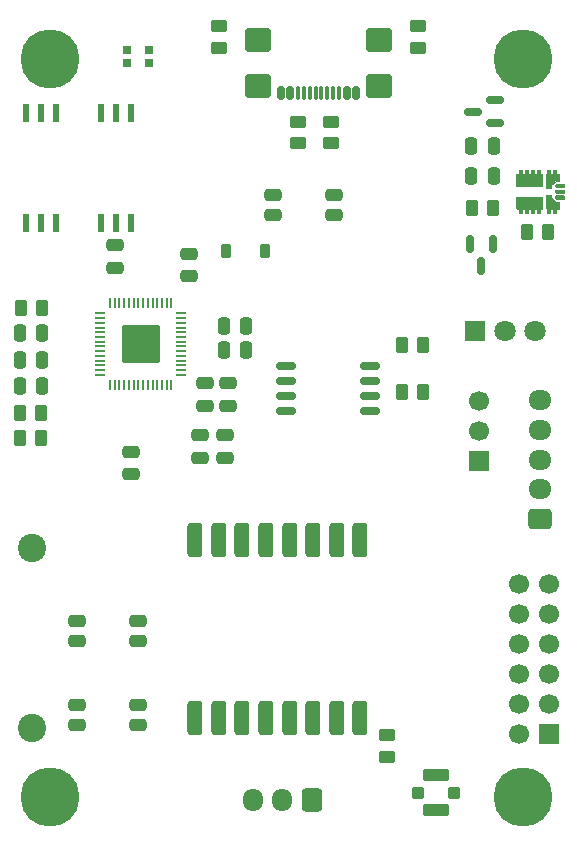
<source format=gbr>
%TF.GenerationSoftware,KiCad,Pcbnew,9.0.6*%
%TF.CreationDate,2025-12-18T05:42:00-08:00*%
%TF.ProjectId,bramble,6272616d-626c-4652-9e6b-696361645f70,rev?*%
%TF.SameCoordinates,Original*%
%TF.FileFunction,Soldermask,Top*%
%TF.FilePolarity,Negative*%
%FSLAX46Y46*%
G04 Gerber Fmt 4.6, Leading zero omitted, Abs format (unit mm)*
G04 Created by KiCad (PCBNEW 9.0.6) date 2025-12-18 05:42:00*
%MOMM*%
%LPD*%
G01*
G04 APERTURE LIST*
G04 Aperture macros list*
%AMRoundRect*
0 Rectangle with rounded corners*
0 $1 Rounding radius*
0 $2 $3 $4 $5 $6 $7 $8 $9 X,Y pos of 4 corners*
0 Add a 4 corners polygon primitive as box body*
4,1,4,$2,$3,$4,$5,$6,$7,$8,$9,$2,$3,0*
0 Add four circle primitives for the rounded corners*
1,1,$1+$1,$2,$3*
1,1,$1+$1,$4,$5*
1,1,$1+$1,$6,$7*
1,1,$1+$1,$8,$9*
0 Add four rect primitives between the rounded corners*
20,1,$1+$1,$2,$3,$4,$5,0*
20,1,$1+$1,$4,$5,$6,$7,0*
20,1,$1+$1,$6,$7,$8,$9,0*
20,1,$1+$1,$8,$9,$2,$3,0*%
G04 Aperture macros list end*
%ADD10C,0.010000*%
%ADD11R,0.700000X0.700000*%
%ADD12RoundRect,0.250000X0.250000X0.475000X-0.250000X0.475000X-0.250000X-0.475000X0.250000X-0.475000X0*%
%ADD13RoundRect,0.250000X-0.475000X0.250000X-0.475000X-0.250000X0.475000X-0.250000X0.475000X0.250000X0*%
%ADD14R,0.600000X1.500000*%
%ADD15RoundRect,0.250000X0.475000X-0.250000X0.475000X0.250000X-0.475000X0.250000X-0.475000X-0.250000X0*%
%ADD16C,5.000000*%
%ADD17RoundRect,0.317500X0.317500X-1.157500X0.317500X1.157500X-0.317500X1.157500X-0.317500X-1.157500X0*%
%ADD18RoundRect,0.144000X-1.456000X1.456000X-1.456000X-1.456000X1.456000X-1.456000X1.456000X1.456000X0*%
%ADD19RoundRect,0.050000X-0.387500X0.050000X-0.387500X-0.050000X0.387500X-0.050000X0.387500X0.050000X0*%
%ADD20RoundRect,0.050000X-0.050000X0.387500X-0.050000X-0.387500X0.050000X-0.387500X0.050000X0.387500X0*%
%ADD21O,1.700000X1.950000*%
%ADD22RoundRect,0.250000X0.600000X0.725000X-0.600000X0.725000X-0.600000X-0.725000X0.600000X-0.725000X0*%
%ADD23RoundRect,0.250000X-0.262500X-0.450000X0.262500X-0.450000X0.262500X0.450000X-0.262500X0.450000X0*%
%ADD24C,1.800000*%
%ADD25R,1.800000X1.800000*%
%ADD26C,1.700000*%
%ADD27R,1.700000X1.700000*%
%ADD28RoundRect,0.250000X0.475000X0.250000X-0.475000X0.250000X-0.475000X-0.250000X0.475000X-0.250000X0*%
%ADD29RoundRect,0.250000X0.840000X0.750000X-0.840000X0.750000X-0.840000X-0.750000X0.840000X-0.750000X0*%
%ADD30RoundRect,0.150000X0.150000X0.425000X-0.150000X0.425000X-0.150000X-0.425000X0.150000X-0.425000X0*%
%ADD31RoundRect,0.075000X0.075000X0.500000X-0.075000X0.500000X-0.075000X-0.500000X0.075000X-0.500000X0*%
%ADD32RoundRect,0.250000X-0.250000X-0.475000X0.250000X-0.475000X0.250000X0.475000X-0.250000X0.475000X0*%
%ADD33RoundRect,0.105000X0.995000X-0.420000X0.995000X0.420000X-0.995000X0.420000X-0.995000X-0.420000X0*%
%ADD34RoundRect,0.100000X0.400000X-0.400000X0.400000X0.400000X-0.400000X0.400000X-0.400000X-0.400000X0*%
%ADD35RoundRect,0.150000X-0.150000X0.587500X-0.150000X-0.587500X0.150000X-0.587500X0.150000X0.587500X0*%
%ADD36RoundRect,0.250000X-0.450000X0.262500X-0.450000X-0.262500X0.450000X-0.262500X0.450000X0.262500X0*%
%ADD37RoundRect,0.250000X0.450000X-0.262500X0.450000X0.262500X-0.450000X0.262500X-0.450000X-0.262500X0*%
%ADD38RoundRect,0.162500X0.650000X0.162500X-0.650000X0.162500X-0.650000X-0.162500X0.650000X-0.162500X0*%
%ADD39O,1.950000X1.700000*%
%ADD40RoundRect,0.250000X0.725000X-0.600000X0.725000X0.600000X-0.725000X0.600000X-0.725000X-0.600000X0*%
%ADD41RoundRect,0.250000X0.262500X0.450000X-0.262500X0.450000X-0.262500X-0.450000X0.262500X-0.450000X0*%
%ADD42RoundRect,0.250000X-0.475000X-0.250000X0.475000X-0.250000X0.475000X0.250000X-0.475000X0.250000X0*%
%ADD43C,2.400000*%
%ADD44RoundRect,0.150000X0.587500X0.150000X-0.587500X0.150000X-0.587500X-0.150000X0.587500X-0.150000X0*%
%ADD45RoundRect,0.225000X-0.225000X-0.375000X0.225000X-0.375000X0.225000X0.375000X-0.225000X0.375000X0*%
G04 APERTURE END LIST*
D10*
%TO.C,VR1*%
X56633000Y-26351000D02*
X56635000Y-26351000D01*
X56638000Y-26352000D01*
X56640000Y-26352000D01*
X56643000Y-26353000D01*
X56645000Y-26354000D01*
X56648000Y-26355000D01*
X56650000Y-26357000D01*
X56652000Y-26358000D01*
X56654000Y-26360000D01*
X56656000Y-26361000D01*
X56658000Y-26363000D01*
X56660000Y-26365000D01*
X56662000Y-26367000D01*
X56664000Y-26369000D01*
X56665000Y-26371000D01*
X56667000Y-26373000D01*
X56668000Y-26375000D01*
X56670000Y-26377000D01*
X56671000Y-26380000D01*
X56672000Y-26382000D01*
X56673000Y-26385000D01*
X56673000Y-26387000D01*
X56674000Y-26390000D01*
X56674000Y-26392000D01*
X56675000Y-26395000D01*
X56675000Y-26397000D01*
X56675000Y-26400000D01*
X56675000Y-26700000D01*
X56675000Y-26703000D01*
X56675000Y-26705000D01*
X56676000Y-26708000D01*
X56676000Y-26710000D01*
X56677000Y-26713000D01*
X56677000Y-26715000D01*
X56678000Y-26718000D01*
X56679000Y-26720000D01*
X56680000Y-26723000D01*
X56682000Y-26725000D01*
X56683000Y-26727000D01*
X56685000Y-26729000D01*
X56686000Y-26731000D01*
X56688000Y-26733000D01*
X56690000Y-26735000D01*
X56692000Y-26737000D01*
X56694000Y-26739000D01*
X56696000Y-26740000D01*
X56698000Y-26742000D01*
X56700000Y-26743000D01*
X56702000Y-26745000D01*
X56705000Y-26746000D01*
X56707000Y-26747000D01*
X56710000Y-26748000D01*
X56712000Y-26748000D01*
X56715000Y-26749000D01*
X56717000Y-26749000D01*
X56720000Y-26750000D01*
X56722000Y-26750000D01*
X56725000Y-26750000D01*
X56875000Y-26750000D01*
X56878000Y-26750000D01*
X56880000Y-26750000D01*
X56883000Y-26749000D01*
X56885000Y-26749000D01*
X56888000Y-26748000D01*
X56890000Y-26748000D01*
X56893000Y-26747000D01*
X56895000Y-26746000D01*
X56898000Y-26745000D01*
X56900000Y-26743000D01*
X56902000Y-26742000D01*
X56904000Y-26740000D01*
X56906000Y-26739000D01*
X56908000Y-26737000D01*
X56910000Y-26735000D01*
X56912000Y-26733000D01*
X56914000Y-26731000D01*
X56915000Y-26729000D01*
X56917000Y-26727000D01*
X56918000Y-26725000D01*
X56920000Y-26723000D01*
X56921000Y-26720000D01*
X56922000Y-26718000D01*
X56923000Y-26715000D01*
X56923000Y-26713000D01*
X56924000Y-26710000D01*
X56924000Y-26708000D01*
X56925000Y-26705000D01*
X56925000Y-26703000D01*
X56925000Y-26700000D01*
X56925000Y-26400000D01*
X56925000Y-26397000D01*
X56925000Y-26395000D01*
X56926000Y-26392000D01*
X56926000Y-26390000D01*
X56927000Y-26387000D01*
X56927000Y-26385000D01*
X56928000Y-26382000D01*
X56929000Y-26380000D01*
X56930000Y-26377000D01*
X56932000Y-26375000D01*
X56933000Y-26373000D01*
X56935000Y-26371000D01*
X56936000Y-26369000D01*
X56938000Y-26367000D01*
X56940000Y-26365000D01*
X56942000Y-26363000D01*
X56944000Y-26361000D01*
X56946000Y-26360000D01*
X56948000Y-26358000D01*
X56950000Y-26357000D01*
X56952000Y-26355000D01*
X56955000Y-26354000D01*
X56957000Y-26353000D01*
X56960000Y-26352000D01*
X56962000Y-26352000D01*
X56965000Y-26351000D01*
X56967000Y-26351000D01*
X56970000Y-26350000D01*
X56972000Y-26350000D01*
X56975000Y-26350000D01*
X57125000Y-26350000D01*
X57128000Y-26350000D01*
X57130000Y-26350000D01*
X57133000Y-26351000D01*
X57135000Y-26351000D01*
X57138000Y-26352000D01*
X57140000Y-26352000D01*
X57143000Y-26353000D01*
X57145000Y-26354000D01*
X57148000Y-26355000D01*
X57150000Y-26357000D01*
X57152000Y-26358000D01*
X57154000Y-26360000D01*
X57156000Y-26361000D01*
X57158000Y-26363000D01*
X57160000Y-26365000D01*
X57162000Y-26367000D01*
X57164000Y-26369000D01*
X57165000Y-26371000D01*
X57167000Y-26373000D01*
X57168000Y-26375000D01*
X57170000Y-26377000D01*
X57171000Y-26380000D01*
X57172000Y-26382000D01*
X57173000Y-26385000D01*
X57173000Y-26387000D01*
X57174000Y-26390000D01*
X57174000Y-26392000D01*
X57175000Y-26395000D01*
X57175000Y-26397000D01*
X57175000Y-26400000D01*
X57175000Y-26700000D01*
X57175000Y-26703000D01*
X57175000Y-26705000D01*
X57176000Y-26708000D01*
X57176000Y-26710000D01*
X57177000Y-26713000D01*
X57177000Y-26715000D01*
X57178000Y-26718000D01*
X57179000Y-26720000D01*
X57180000Y-26723000D01*
X57182000Y-26725000D01*
X57183000Y-26727000D01*
X57185000Y-26729000D01*
X57186000Y-26731000D01*
X57188000Y-26733000D01*
X57190000Y-26735000D01*
X57192000Y-26737000D01*
X57194000Y-26739000D01*
X57196000Y-26740000D01*
X57198000Y-26742000D01*
X57200000Y-26743000D01*
X57202000Y-26745000D01*
X57205000Y-26746000D01*
X57207000Y-26747000D01*
X57210000Y-26748000D01*
X57212000Y-26748000D01*
X57215000Y-26749000D01*
X57217000Y-26749000D01*
X57220000Y-26750000D01*
X57222000Y-26750000D01*
X57225000Y-26750000D01*
X57375000Y-26750000D01*
X57378000Y-26750000D01*
X57380000Y-26750000D01*
X57383000Y-26749000D01*
X57385000Y-26749000D01*
X57388000Y-26748000D01*
X57390000Y-26748000D01*
X57393000Y-26747000D01*
X57395000Y-26746000D01*
X57398000Y-26745000D01*
X57400000Y-26743000D01*
X57402000Y-26742000D01*
X57404000Y-26740000D01*
X57406000Y-26739000D01*
X57408000Y-26737000D01*
X57410000Y-26735000D01*
X57412000Y-26733000D01*
X57414000Y-26731000D01*
X57415000Y-26729000D01*
X57417000Y-26727000D01*
X57418000Y-26725000D01*
X57420000Y-26723000D01*
X57421000Y-26720000D01*
X57422000Y-26718000D01*
X57423000Y-26715000D01*
X57423000Y-26713000D01*
X57424000Y-26710000D01*
X57424000Y-26708000D01*
X57425000Y-26705000D01*
X57425000Y-26703000D01*
X57425000Y-26700000D01*
X57425000Y-26400000D01*
X57425000Y-26397000D01*
X57425000Y-26395000D01*
X57426000Y-26392000D01*
X57426000Y-26390000D01*
X57427000Y-26387000D01*
X57427000Y-26385000D01*
X57428000Y-26382000D01*
X57429000Y-26380000D01*
X57430000Y-26377000D01*
X57432000Y-26375000D01*
X57433000Y-26373000D01*
X57435000Y-26371000D01*
X57436000Y-26369000D01*
X57438000Y-26367000D01*
X57440000Y-26365000D01*
X57442000Y-26363000D01*
X57444000Y-26361000D01*
X57446000Y-26360000D01*
X57448000Y-26358000D01*
X57450000Y-26357000D01*
X57452000Y-26355000D01*
X57455000Y-26354000D01*
X57457000Y-26353000D01*
X57460000Y-26352000D01*
X57462000Y-26352000D01*
X57465000Y-26351000D01*
X57467000Y-26351000D01*
X57470000Y-26350000D01*
X57472000Y-26350000D01*
X57475000Y-26350000D01*
X57625000Y-26350000D01*
X57628000Y-26350000D01*
X57630000Y-26350000D01*
X57633000Y-26351000D01*
X57635000Y-26351000D01*
X57638000Y-26352000D01*
X57640000Y-26352000D01*
X57643000Y-26353000D01*
X57645000Y-26354000D01*
X57648000Y-26355000D01*
X57650000Y-26357000D01*
X57652000Y-26358000D01*
X57654000Y-26360000D01*
X57656000Y-26361000D01*
X57658000Y-26363000D01*
X57660000Y-26365000D01*
X57662000Y-26367000D01*
X57664000Y-26369000D01*
X57665000Y-26371000D01*
X57667000Y-26373000D01*
X57668000Y-26375000D01*
X57670000Y-26377000D01*
X57671000Y-26380000D01*
X57672000Y-26382000D01*
X57673000Y-26385000D01*
X57673000Y-26387000D01*
X57674000Y-26390000D01*
X57674000Y-26392000D01*
X57675000Y-26395000D01*
X57675000Y-26397000D01*
X57675000Y-26400000D01*
X57675000Y-26700000D01*
X57675000Y-26703000D01*
X57675000Y-26705000D01*
X57676000Y-26708000D01*
X57676000Y-26710000D01*
X57677000Y-26713000D01*
X57677000Y-26715000D01*
X57678000Y-26718000D01*
X57679000Y-26720000D01*
X57680000Y-26723000D01*
X57682000Y-26725000D01*
X57683000Y-26727000D01*
X57685000Y-26729000D01*
X57686000Y-26731000D01*
X57688000Y-26733000D01*
X57690000Y-26735000D01*
X57692000Y-26737000D01*
X57694000Y-26739000D01*
X57696000Y-26740000D01*
X57698000Y-26742000D01*
X57700000Y-26743000D01*
X57702000Y-26745000D01*
X57705000Y-26746000D01*
X57707000Y-26747000D01*
X57710000Y-26748000D01*
X57712000Y-26748000D01*
X57715000Y-26749000D01*
X57717000Y-26749000D01*
X57720000Y-26750000D01*
X57722000Y-26750000D01*
X57725000Y-26750000D01*
X57875000Y-26750000D01*
X57878000Y-26750000D01*
X57880000Y-26750000D01*
X57883000Y-26749000D01*
X57885000Y-26749000D01*
X57888000Y-26748000D01*
X57890000Y-26748000D01*
X57893000Y-26747000D01*
X57895000Y-26746000D01*
X57898000Y-26745000D01*
X57900000Y-26743000D01*
X57902000Y-26742000D01*
X57904000Y-26740000D01*
X57906000Y-26739000D01*
X57908000Y-26737000D01*
X57910000Y-26735000D01*
X57912000Y-26733000D01*
X57914000Y-26731000D01*
X57915000Y-26729000D01*
X57917000Y-26727000D01*
X57918000Y-26725000D01*
X57920000Y-26723000D01*
X57921000Y-26720000D01*
X57922000Y-26718000D01*
X57923000Y-26715000D01*
X57923000Y-26713000D01*
X57924000Y-26710000D01*
X57924000Y-26708000D01*
X57925000Y-26705000D01*
X57925000Y-26703000D01*
X57925000Y-26700000D01*
X57925000Y-26400000D01*
X57925000Y-26397000D01*
X57925000Y-26395000D01*
X57926000Y-26392000D01*
X57926000Y-26390000D01*
X57927000Y-26387000D01*
X57927000Y-26385000D01*
X57928000Y-26382000D01*
X57929000Y-26380000D01*
X57930000Y-26377000D01*
X57932000Y-26375000D01*
X57933000Y-26373000D01*
X57935000Y-26371000D01*
X57936000Y-26369000D01*
X57938000Y-26367000D01*
X57940000Y-26365000D01*
X57942000Y-26363000D01*
X57944000Y-26361000D01*
X57946000Y-26360000D01*
X57948000Y-26358000D01*
X57950000Y-26357000D01*
X57952000Y-26355000D01*
X57955000Y-26354000D01*
X57957000Y-26353000D01*
X57960000Y-26352000D01*
X57962000Y-26352000D01*
X57965000Y-26351000D01*
X57967000Y-26351000D01*
X57970000Y-26350000D01*
X57972000Y-26350000D01*
X57975000Y-26350000D01*
X58125000Y-26350000D01*
X58128000Y-26350000D01*
X58130000Y-26350000D01*
X58133000Y-26351000D01*
X58135000Y-26351000D01*
X58138000Y-26352000D01*
X58140000Y-26352000D01*
X58143000Y-26353000D01*
X58145000Y-26354000D01*
X58148000Y-26355000D01*
X58150000Y-26357000D01*
X58152000Y-26358000D01*
X58154000Y-26360000D01*
X58156000Y-26361000D01*
X58158000Y-26363000D01*
X58160000Y-26365000D01*
X58162000Y-26367000D01*
X58164000Y-26369000D01*
X58165000Y-26371000D01*
X58167000Y-26373000D01*
X58168000Y-26375000D01*
X58170000Y-26377000D01*
X58171000Y-26380000D01*
X58172000Y-26382000D01*
X58173000Y-26385000D01*
X58173000Y-26387000D01*
X58174000Y-26390000D01*
X58174000Y-26392000D01*
X58175000Y-26395000D01*
X58175000Y-26397000D01*
X58175000Y-26400000D01*
X58175000Y-26700000D01*
X58175000Y-26703000D01*
X58175000Y-26705000D01*
X58176000Y-26708000D01*
X58176000Y-26710000D01*
X58177000Y-26713000D01*
X58177000Y-26715000D01*
X58178000Y-26718000D01*
X58179000Y-26720000D01*
X58180000Y-26723000D01*
X58182000Y-26725000D01*
X58183000Y-26727000D01*
X58185000Y-26729000D01*
X58186000Y-26731000D01*
X58188000Y-26733000D01*
X58190000Y-26735000D01*
X58192000Y-26737000D01*
X58194000Y-26739000D01*
X58196000Y-26740000D01*
X58198000Y-26742000D01*
X58200000Y-26743000D01*
X58202000Y-26745000D01*
X58205000Y-26746000D01*
X58207000Y-26747000D01*
X58210000Y-26748000D01*
X58212000Y-26748000D01*
X58215000Y-26749000D01*
X58217000Y-26749000D01*
X58220000Y-26750000D01*
X58222000Y-26750000D01*
X58225000Y-26750000D01*
X58340000Y-26750000D01*
X58343000Y-26750000D01*
X58345000Y-26750000D01*
X58348000Y-26751000D01*
X58350000Y-26751000D01*
X58353000Y-26752000D01*
X58355000Y-26752000D01*
X58358000Y-26753000D01*
X58360000Y-26754000D01*
X58363000Y-26755000D01*
X58365000Y-26757000D01*
X58367000Y-26758000D01*
X58369000Y-26760000D01*
X58371000Y-26761000D01*
X58373000Y-26763000D01*
X58375000Y-26765000D01*
X58377000Y-26767000D01*
X58379000Y-26769000D01*
X58380000Y-26771000D01*
X58382000Y-26773000D01*
X58383000Y-26775000D01*
X58385000Y-26777000D01*
X58386000Y-26780000D01*
X58387000Y-26782000D01*
X58388000Y-26785000D01*
X58388000Y-26787000D01*
X58389000Y-26790000D01*
X58389000Y-26792000D01*
X58390000Y-26795000D01*
X58390000Y-26797000D01*
X58390000Y-26800000D01*
X58390000Y-27700000D01*
X58390000Y-27703000D01*
X58390000Y-27705000D01*
X58389000Y-27708000D01*
X58389000Y-27710000D01*
X58388000Y-27713000D01*
X58388000Y-27715000D01*
X58387000Y-27718000D01*
X58386000Y-27720000D01*
X58385000Y-27723000D01*
X58383000Y-27725000D01*
X58382000Y-27727000D01*
X58380000Y-27729000D01*
X58379000Y-27731000D01*
X58377000Y-27733000D01*
X58375000Y-27735000D01*
X58373000Y-27737000D01*
X58371000Y-27739000D01*
X58369000Y-27740000D01*
X58367000Y-27742000D01*
X58365000Y-27743000D01*
X58363000Y-27745000D01*
X58360000Y-27746000D01*
X58358000Y-27747000D01*
X58355000Y-27748000D01*
X58353000Y-27748000D01*
X58350000Y-27749000D01*
X58348000Y-27749000D01*
X58345000Y-27750000D01*
X58343000Y-27750000D01*
X58340000Y-27750000D01*
X56240000Y-27750000D01*
X56237000Y-27750000D01*
X56235000Y-27750000D01*
X56232000Y-27749000D01*
X56230000Y-27749000D01*
X56227000Y-27748000D01*
X56225000Y-27748000D01*
X56222000Y-27747000D01*
X56220000Y-27746000D01*
X56217000Y-27745000D01*
X56215000Y-27743000D01*
X56213000Y-27742000D01*
X56211000Y-27740000D01*
X56209000Y-27739000D01*
X56207000Y-27737000D01*
X56205000Y-27735000D01*
X56203000Y-27733000D01*
X56201000Y-27731000D01*
X56200000Y-27729000D01*
X56198000Y-27727000D01*
X56197000Y-27725000D01*
X56195000Y-27723000D01*
X56194000Y-27720000D01*
X56193000Y-27718000D01*
X56192000Y-27715000D01*
X56192000Y-27713000D01*
X56191000Y-27710000D01*
X56191000Y-27708000D01*
X56190000Y-27705000D01*
X56190000Y-27703000D01*
X56190000Y-27700000D01*
X56190000Y-26800000D01*
X56190000Y-26797000D01*
X56190000Y-26795000D01*
X56191000Y-26792000D01*
X56191000Y-26790000D01*
X56192000Y-26787000D01*
X56192000Y-26785000D01*
X56193000Y-26782000D01*
X56194000Y-26780000D01*
X56195000Y-26777000D01*
X56197000Y-26775000D01*
X56198000Y-26773000D01*
X56200000Y-26771000D01*
X56201000Y-26769000D01*
X56203000Y-26767000D01*
X56205000Y-26765000D01*
X56207000Y-26763000D01*
X56209000Y-26761000D01*
X56211000Y-26760000D01*
X56213000Y-26758000D01*
X56215000Y-26757000D01*
X56217000Y-26755000D01*
X56220000Y-26754000D01*
X56222000Y-26753000D01*
X56225000Y-26752000D01*
X56227000Y-26752000D01*
X56230000Y-26751000D01*
X56232000Y-26751000D01*
X56235000Y-26750000D01*
X56237000Y-26750000D01*
X56240000Y-26750000D01*
X56375000Y-26750000D01*
X56378000Y-26750000D01*
X56380000Y-26750000D01*
X56383000Y-26749000D01*
X56385000Y-26749000D01*
X56388000Y-26748000D01*
X56390000Y-26748000D01*
X56393000Y-26747000D01*
X56395000Y-26746000D01*
X56398000Y-26745000D01*
X56400000Y-26743000D01*
X56402000Y-26742000D01*
X56404000Y-26740000D01*
X56406000Y-26739000D01*
X56408000Y-26737000D01*
X56410000Y-26735000D01*
X56412000Y-26733000D01*
X56414000Y-26731000D01*
X56415000Y-26729000D01*
X56417000Y-26727000D01*
X56418000Y-26725000D01*
X56420000Y-26723000D01*
X56421000Y-26720000D01*
X56422000Y-26718000D01*
X56423000Y-26715000D01*
X56423000Y-26713000D01*
X56424000Y-26710000D01*
X56424000Y-26708000D01*
X56425000Y-26705000D01*
X56425000Y-26703000D01*
X56425000Y-26700000D01*
X56425000Y-26400000D01*
X56425000Y-26397000D01*
X56425000Y-26395000D01*
X56426000Y-26392000D01*
X56426000Y-26390000D01*
X56427000Y-26387000D01*
X56427000Y-26385000D01*
X56428000Y-26382000D01*
X56429000Y-26380000D01*
X56430000Y-26377000D01*
X56432000Y-26375000D01*
X56433000Y-26373000D01*
X56435000Y-26371000D01*
X56436000Y-26369000D01*
X56438000Y-26367000D01*
X56440000Y-26365000D01*
X56442000Y-26363000D01*
X56444000Y-26361000D01*
X56446000Y-26360000D01*
X56448000Y-26358000D01*
X56450000Y-26357000D01*
X56452000Y-26355000D01*
X56455000Y-26354000D01*
X56457000Y-26353000D01*
X56460000Y-26352000D01*
X56462000Y-26352000D01*
X56465000Y-26351000D01*
X56467000Y-26351000D01*
X56470000Y-26350000D01*
X56472000Y-26350000D01*
X56475000Y-26350000D01*
X56625000Y-26350000D01*
X56628000Y-26350000D01*
X56630000Y-26350000D01*
X56633000Y-26351000D01*
G36*
X56633000Y-26351000D02*
G01*
X56635000Y-26351000D01*
X56638000Y-26352000D01*
X56640000Y-26352000D01*
X56643000Y-26353000D01*
X56645000Y-26354000D01*
X56648000Y-26355000D01*
X56650000Y-26357000D01*
X56652000Y-26358000D01*
X56654000Y-26360000D01*
X56656000Y-26361000D01*
X56658000Y-26363000D01*
X56660000Y-26365000D01*
X56662000Y-26367000D01*
X56664000Y-26369000D01*
X56665000Y-26371000D01*
X56667000Y-26373000D01*
X56668000Y-26375000D01*
X56670000Y-26377000D01*
X56671000Y-26380000D01*
X56672000Y-26382000D01*
X56673000Y-26385000D01*
X56673000Y-26387000D01*
X56674000Y-26390000D01*
X56674000Y-26392000D01*
X56675000Y-26395000D01*
X56675000Y-26397000D01*
X56675000Y-26400000D01*
X56675000Y-26700000D01*
X56675000Y-26703000D01*
X56675000Y-26705000D01*
X56676000Y-26708000D01*
X56676000Y-26710000D01*
X56677000Y-26713000D01*
X56677000Y-26715000D01*
X56678000Y-26718000D01*
X56679000Y-26720000D01*
X56680000Y-26723000D01*
X56682000Y-26725000D01*
X56683000Y-26727000D01*
X56685000Y-26729000D01*
X56686000Y-26731000D01*
X56688000Y-26733000D01*
X56690000Y-26735000D01*
X56692000Y-26737000D01*
X56694000Y-26739000D01*
X56696000Y-26740000D01*
X56698000Y-26742000D01*
X56700000Y-26743000D01*
X56702000Y-26745000D01*
X56705000Y-26746000D01*
X56707000Y-26747000D01*
X56710000Y-26748000D01*
X56712000Y-26748000D01*
X56715000Y-26749000D01*
X56717000Y-26749000D01*
X56720000Y-26750000D01*
X56722000Y-26750000D01*
X56725000Y-26750000D01*
X56875000Y-26750000D01*
X56878000Y-26750000D01*
X56880000Y-26750000D01*
X56883000Y-26749000D01*
X56885000Y-26749000D01*
X56888000Y-26748000D01*
X56890000Y-26748000D01*
X56893000Y-26747000D01*
X56895000Y-26746000D01*
X56898000Y-26745000D01*
X56900000Y-26743000D01*
X56902000Y-26742000D01*
X56904000Y-26740000D01*
X56906000Y-26739000D01*
X56908000Y-26737000D01*
X56910000Y-26735000D01*
X56912000Y-26733000D01*
X56914000Y-26731000D01*
X56915000Y-26729000D01*
X56917000Y-26727000D01*
X56918000Y-26725000D01*
X56920000Y-26723000D01*
X56921000Y-26720000D01*
X56922000Y-26718000D01*
X56923000Y-26715000D01*
X56923000Y-26713000D01*
X56924000Y-26710000D01*
X56924000Y-26708000D01*
X56925000Y-26705000D01*
X56925000Y-26703000D01*
X56925000Y-26700000D01*
X56925000Y-26400000D01*
X56925000Y-26397000D01*
X56925000Y-26395000D01*
X56926000Y-26392000D01*
X56926000Y-26390000D01*
X56927000Y-26387000D01*
X56927000Y-26385000D01*
X56928000Y-26382000D01*
X56929000Y-26380000D01*
X56930000Y-26377000D01*
X56932000Y-26375000D01*
X56933000Y-26373000D01*
X56935000Y-26371000D01*
X56936000Y-26369000D01*
X56938000Y-26367000D01*
X56940000Y-26365000D01*
X56942000Y-26363000D01*
X56944000Y-26361000D01*
X56946000Y-26360000D01*
X56948000Y-26358000D01*
X56950000Y-26357000D01*
X56952000Y-26355000D01*
X56955000Y-26354000D01*
X56957000Y-26353000D01*
X56960000Y-26352000D01*
X56962000Y-26352000D01*
X56965000Y-26351000D01*
X56967000Y-26351000D01*
X56970000Y-26350000D01*
X56972000Y-26350000D01*
X56975000Y-26350000D01*
X57125000Y-26350000D01*
X57128000Y-26350000D01*
X57130000Y-26350000D01*
X57133000Y-26351000D01*
X57135000Y-26351000D01*
X57138000Y-26352000D01*
X57140000Y-26352000D01*
X57143000Y-26353000D01*
X57145000Y-26354000D01*
X57148000Y-26355000D01*
X57150000Y-26357000D01*
X57152000Y-26358000D01*
X57154000Y-26360000D01*
X57156000Y-26361000D01*
X57158000Y-26363000D01*
X57160000Y-26365000D01*
X57162000Y-26367000D01*
X57164000Y-26369000D01*
X57165000Y-26371000D01*
X57167000Y-26373000D01*
X57168000Y-26375000D01*
X57170000Y-26377000D01*
X57171000Y-26380000D01*
X57172000Y-26382000D01*
X57173000Y-26385000D01*
X57173000Y-26387000D01*
X57174000Y-26390000D01*
X57174000Y-26392000D01*
X57175000Y-26395000D01*
X57175000Y-26397000D01*
X57175000Y-26400000D01*
X57175000Y-26700000D01*
X57175000Y-26703000D01*
X57175000Y-26705000D01*
X57176000Y-26708000D01*
X57176000Y-26710000D01*
X57177000Y-26713000D01*
X57177000Y-26715000D01*
X57178000Y-26718000D01*
X57179000Y-26720000D01*
X57180000Y-26723000D01*
X57182000Y-26725000D01*
X57183000Y-26727000D01*
X57185000Y-26729000D01*
X57186000Y-26731000D01*
X57188000Y-26733000D01*
X57190000Y-26735000D01*
X57192000Y-26737000D01*
X57194000Y-26739000D01*
X57196000Y-26740000D01*
X57198000Y-26742000D01*
X57200000Y-26743000D01*
X57202000Y-26745000D01*
X57205000Y-26746000D01*
X57207000Y-26747000D01*
X57210000Y-26748000D01*
X57212000Y-26748000D01*
X57215000Y-26749000D01*
X57217000Y-26749000D01*
X57220000Y-26750000D01*
X57222000Y-26750000D01*
X57225000Y-26750000D01*
X57375000Y-26750000D01*
X57378000Y-26750000D01*
X57380000Y-26750000D01*
X57383000Y-26749000D01*
X57385000Y-26749000D01*
X57388000Y-26748000D01*
X57390000Y-26748000D01*
X57393000Y-26747000D01*
X57395000Y-26746000D01*
X57398000Y-26745000D01*
X57400000Y-26743000D01*
X57402000Y-26742000D01*
X57404000Y-26740000D01*
X57406000Y-26739000D01*
X57408000Y-26737000D01*
X57410000Y-26735000D01*
X57412000Y-26733000D01*
X57414000Y-26731000D01*
X57415000Y-26729000D01*
X57417000Y-26727000D01*
X57418000Y-26725000D01*
X57420000Y-26723000D01*
X57421000Y-26720000D01*
X57422000Y-26718000D01*
X57423000Y-26715000D01*
X57423000Y-26713000D01*
X57424000Y-26710000D01*
X57424000Y-26708000D01*
X57425000Y-26705000D01*
X57425000Y-26703000D01*
X57425000Y-26700000D01*
X57425000Y-26400000D01*
X57425000Y-26397000D01*
X57425000Y-26395000D01*
X57426000Y-26392000D01*
X57426000Y-26390000D01*
X57427000Y-26387000D01*
X57427000Y-26385000D01*
X57428000Y-26382000D01*
X57429000Y-26380000D01*
X57430000Y-26377000D01*
X57432000Y-26375000D01*
X57433000Y-26373000D01*
X57435000Y-26371000D01*
X57436000Y-26369000D01*
X57438000Y-26367000D01*
X57440000Y-26365000D01*
X57442000Y-26363000D01*
X57444000Y-26361000D01*
X57446000Y-26360000D01*
X57448000Y-26358000D01*
X57450000Y-26357000D01*
X57452000Y-26355000D01*
X57455000Y-26354000D01*
X57457000Y-26353000D01*
X57460000Y-26352000D01*
X57462000Y-26352000D01*
X57465000Y-26351000D01*
X57467000Y-26351000D01*
X57470000Y-26350000D01*
X57472000Y-26350000D01*
X57475000Y-26350000D01*
X57625000Y-26350000D01*
X57628000Y-26350000D01*
X57630000Y-26350000D01*
X57633000Y-26351000D01*
X57635000Y-26351000D01*
X57638000Y-26352000D01*
X57640000Y-26352000D01*
X57643000Y-26353000D01*
X57645000Y-26354000D01*
X57648000Y-26355000D01*
X57650000Y-26357000D01*
X57652000Y-26358000D01*
X57654000Y-26360000D01*
X57656000Y-26361000D01*
X57658000Y-26363000D01*
X57660000Y-26365000D01*
X57662000Y-26367000D01*
X57664000Y-26369000D01*
X57665000Y-26371000D01*
X57667000Y-26373000D01*
X57668000Y-26375000D01*
X57670000Y-26377000D01*
X57671000Y-26380000D01*
X57672000Y-26382000D01*
X57673000Y-26385000D01*
X57673000Y-26387000D01*
X57674000Y-26390000D01*
X57674000Y-26392000D01*
X57675000Y-26395000D01*
X57675000Y-26397000D01*
X57675000Y-26400000D01*
X57675000Y-26700000D01*
X57675000Y-26703000D01*
X57675000Y-26705000D01*
X57676000Y-26708000D01*
X57676000Y-26710000D01*
X57677000Y-26713000D01*
X57677000Y-26715000D01*
X57678000Y-26718000D01*
X57679000Y-26720000D01*
X57680000Y-26723000D01*
X57682000Y-26725000D01*
X57683000Y-26727000D01*
X57685000Y-26729000D01*
X57686000Y-26731000D01*
X57688000Y-26733000D01*
X57690000Y-26735000D01*
X57692000Y-26737000D01*
X57694000Y-26739000D01*
X57696000Y-26740000D01*
X57698000Y-26742000D01*
X57700000Y-26743000D01*
X57702000Y-26745000D01*
X57705000Y-26746000D01*
X57707000Y-26747000D01*
X57710000Y-26748000D01*
X57712000Y-26748000D01*
X57715000Y-26749000D01*
X57717000Y-26749000D01*
X57720000Y-26750000D01*
X57722000Y-26750000D01*
X57725000Y-26750000D01*
X57875000Y-26750000D01*
X57878000Y-26750000D01*
X57880000Y-26750000D01*
X57883000Y-26749000D01*
X57885000Y-26749000D01*
X57888000Y-26748000D01*
X57890000Y-26748000D01*
X57893000Y-26747000D01*
X57895000Y-26746000D01*
X57898000Y-26745000D01*
X57900000Y-26743000D01*
X57902000Y-26742000D01*
X57904000Y-26740000D01*
X57906000Y-26739000D01*
X57908000Y-26737000D01*
X57910000Y-26735000D01*
X57912000Y-26733000D01*
X57914000Y-26731000D01*
X57915000Y-26729000D01*
X57917000Y-26727000D01*
X57918000Y-26725000D01*
X57920000Y-26723000D01*
X57921000Y-26720000D01*
X57922000Y-26718000D01*
X57923000Y-26715000D01*
X57923000Y-26713000D01*
X57924000Y-26710000D01*
X57924000Y-26708000D01*
X57925000Y-26705000D01*
X57925000Y-26703000D01*
X57925000Y-26700000D01*
X57925000Y-26400000D01*
X57925000Y-26397000D01*
X57925000Y-26395000D01*
X57926000Y-26392000D01*
X57926000Y-26390000D01*
X57927000Y-26387000D01*
X57927000Y-26385000D01*
X57928000Y-26382000D01*
X57929000Y-26380000D01*
X57930000Y-26377000D01*
X57932000Y-26375000D01*
X57933000Y-26373000D01*
X57935000Y-26371000D01*
X57936000Y-26369000D01*
X57938000Y-26367000D01*
X57940000Y-26365000D01*
X57942000Y-26363000D01*
X57944000Y-26361000D01*
X57946000Y-26360000D01*
X57948000Y-26358000D01*
X57950000Y-26357000D01*
X57952000Y-26355000D01*
X57955000Y-26354000D01*
X57957000Y-26353000D01*
X57960000Y-26352000D01*
X57962000Y-26352000D01*
X57965000Y-26351000D01*
X57967000Y-26351000D01*
X57970000Y-26350000D01*
X57972000Y-26350000D01*
X57975000Y-26350000D01*
X58125000Y-26350000D01*
X58128000Y-26350000D01*
X58130000Y-26350000D01*
X58133000Y-26351000D01*
X58135000Y-26351000D01*
X58138000Y-26352000D01*
X58140000Y-26352000D01*
X58143000Y-26353000D01*
X58145000Y-26354000D01*
X58148000Y-26355000D01*
X58150000Y-26357000D01*
X58152000Y-26358000D01*
X58154000Y-26360000D01*
X58156000Y-26361000D01*
X58158000Y-26363000D01*
X58160000Y-26365000D01*
X58162000Y-26367000D01*
X58164000Y-26369000D01*
X58165000Y-26371000D01*
X58167000Y-26373000D01*
X58168000Y-26375000D01*
X58170000Y-26377000D01*
X58171000Y-26380000D01*
X58172000Y-26382000D01*
X58173000Y-26385000D01*
X58173000Y-26387000D01*
X58174000Y-26390000D01*
X58174000Y-26392000D01*
X58175000Y-26395000D01*
X58175000Y-26397000D01*
X58175000Y-26400000D01*
X58175000Y-26700000D01*
X58175000Y-26703000D01*
X58175000Y-26705000D01*
X58176000Y-26708000D01*
X58176000Y-26710000D01*
X58177000Y-26713000D01*
X58177000Y-26715000D01*
X58178000Y-26718000D01*
X58179000Y-26720000D01*
X58180000Y-26723000D01*
X58182000Y-26725000D01*
X58183000Y-26727000D01*
X58185000Y-26729000D01*
X58186000Y-26731000D01*
X58188000Y-26733000D01*
X58190000Y-26735000D01*
X58192000Y-26737000D01*
X58194000Y-26739000D01*
X58196000Y-26740000D01*
X58198000Y-26742000D01*
X58200000Y-26743000D01*
X58202000Y-26745000D01*
X58205000Y-26746000D01*
X58207000Y-26747000D01*
X58210000Y-26748000D01*
X58212000Y-26748000D01*
X58215000Y-26749000D01*
X58217000Y-26749000D01*
X58220000Y-26750000D01*
X58222000Y-26750000D01*
X58225000Y-26750000D01*
X58340000Y-26750000D01*
X58343000Y-26750000D01*
X58345000Y-26750000D01*
X58348000Y-26751000D01*
X58350000Y-26751000D01*
X58353000Y-26752000D01*
X58355000Y-26752000D01*
X58358000Y-26753000D01*
X58360000Y-26754000D01*
X58363000Y-26755000D01*
X58365000Y-26757000D01*
X58367000Y-26758000D01*
X58369000Y-26760000D01*
X58371000Y-26761000D01*
X58373000Y-26763000D01*
X58375000Y-26765000D01*
X58377000Y-26767000D01*
X58379000Y-26769000D01*
X58380000Y-26771000D01*
X58382000Y-26773000D01*
X58383000Y-26775000D01*
X58385000Y-26777000D01*
X58386000Y-26780000D01*
X58387000Y-26782000D01*
X58388000Y-26785000D01*
X58388000Y-26787000D01*
X58389000Y-26790000D01*
X58389000Y-26792000D01*
X58390000Y-26795000D01*
X58390000Y-26797000D01*
X58390000Y-26800000D01*
X58390000Y-27700000D01*
X58390000Y-27703000D01*
X58390000Y-27705000D01*
X58389000Y-27708000D01*
X58389000Y-27710000D01*
X58388000Y-27713000D01*
X58388000Y-27715000D01*
X58387000Y-27718000D01*
X58386000Y-27720000D01*
X58385000Y-27723000D01*
X58383000Y-27725000D01*
X58382000Y-27727000D01*
X58380000Y-27729000D01*
X58379000Y-27731000D01*
X58377000Y-27733000D01*
X58375000Y-27735000D01*
X58373000Y-27737000D01*
X58371000Y-27739000D01*
X58369000Y-27740000D01*
X58367000Y-27742000D01*
X58365000Y-27743000D01*
X58363000Y-27745000D01*
X58360000Y-27746000D01*
X58358000Y-27747000D01*
X58355000Y-27748000D01*
X58353000Y-27748000D01*
X58350000Y-27749000D01*
X58348000Y-27749000D01*
X58345000Y-27750000D01*
X58343000Y-27750000D01*
X58340000Y-27750000D01*
X56240000Y-27750000D01*
X56237000Y-27750000D01*
X56235000Y-27750000D01*
X56232000Y-27749000D01*
X56230000Y-27749000D01*
X56227000Y-27748000D01*
X56225000Y-27748000D01*
X56222000Y-27747000D01*
X56220000Y-27746000D01*
X56217000Y-27745000D01*
X56215000Y-27743000D01*
X56213000Y-27742000D01*
X56211000Y-27740000D01*
X56209000Y-27739000D01*
X56207000Y-27737000D01*
X56205000Y-27735000D01*
X56203000Y-27733000D01*
X56201000Y-27731000D01*
X56200000Y-27729000D01*
X56198000Y-27727000D01*
X56197000Y-27725000D01*
X56195000Y-27723000D01*
X56194000Y-27720000D01*
X56193000Y-27718000D01*
X56192000Y-27715000D01*
X56192000Y-27713000D01*
X56191000Y-27710000D01*
X56191000Y-27708000D01*
X56190000Y-27705000D01*
X56190000Y-27703000D01*
X56190000Y-27700000D01*
X56190000Y-26800000D01*
X56190000Y-26797000D01*
X56190000Y-26795000D01*
X56191000Y-26792000D01*
X56191000Y-26790000D01*
X56192000Y-26787000D01*
X56192000Y-26785000D01*
X56193000Y-26782000D01*
X56194000Y-26780000D01*
X56195000Y-26777000D01*
X56197000Y-26775000D01*
X56198000Y-26773000D01*
X56200000Y-26771000D01*
X56201000Y-26769000D01*
X56203000Y-26767000D01*
X56205000Y-26765000D01*
X56207000Y-26763000D01*
X56209000Y-26761000D01*
X56211000Y-26760000D01*
X56213000Y-26758000D01*
X56215000Y-26757000D01*
X56217000Y-26755000D01*
X56220000Y-26754000D01*
X56222000Y-26753000D01*
X56225000Y-26752000D01*
X56227000Y-26752000D01*
X56230000Y-26751000D01*
X56232000Y-26751000D01*
X56235000Y-26750000D01*
X56237000Y-26750000D01*
X56240000Y-26750000D01*
X56375000Y-26750000D01*
X56378000Y-26750000D01*
X56380000Y-26750000D01*
X56383000Y-26749000D01*
X56385000Y-26749000D01*
X56388000Y-26748000D01*
X56390000Y-26748000D01*
X56393000Y-26747000D01*
X56395000Y-26746000D01*
X56398000Y-26745000D01*
X56400000Y-26743000D01*
X56402000Y-26742000D01*
X56404000Y-26740000D01*
X56406000Y-26739000D01*
X56408000Y-26737000D01*
X56410000Y-26735000D01*
X56412000Y-26733000D01*
X56414000Y-26731000D01*
X56415000Y-26729000D01*
X56417000Y-26727000D01*
X56418000Y-26725000D01*
X56420000Y-26723000D01*
X56421000Y-26720000D01*
X56422000Y-26718000D01*
X56423000Y-26715000D01*
X56423000Y-26713000D01*
X56424000Y-26710000D01*
X56424000Y-26708000D01*
X56425000Y-26705000D01*
X56425000Y-26703000D01*
X56425000Y-26700000D01*
X56425000Y-26400000D01*
X56425000Y-26397000D01*
X56425000Y-26395000D01*
X56426000Y-26392000D01*
X56426000Y-26390000D01*
X56427000Y-26387000D01*
X56427000Y-26385000D01*
X56428000Y-26382000D01*
X56429000Y-26380000D01*
X56430000Y-26377000D01*
X56432000Y-26375000D01*
X56433000Y-26373000D01*
X56435000Y-26371000D01*
X56436000Y-26369000D01*
X56438000Y-26367000D01*
X56440000Y-26365000D01*
X56442000Y-26363000D01*
X56444000Y-26361000D01*
X56446000Y-26360000D01*
X56448000Y-26358000D01*
X56450000Y-26357000D01*
X56452000Y-26355000D01*
X56455000Y-26354000D01*
X56457000Y-26353000D01*
X56460000Y-26352000D01*
X56462000Y-26352000D01*
X56465000Y-26351000D01*
X56467000Y-26351000D01*
X56470000Y-26350000D01*
X56472000Y-26350000D01*
X56475000Y-26350000D01*
X56625000Y-26350000D01*
X56628000Y-26350000D01*
X56630000Y-26350000D01*
X56633000Y-26351000D01*
G37*
X58348000Y-28651000D02*
X58350000Y-28651000D01*
X58353000Y-28652000D01*
X58355000Y-28652000D01*
X58358000Y-28653000D01*
X58360000Y-28654000D01*
X58363000Y-28655000D01*
X58365000Y-28657000D01*
X58367000Y-28658000D01*
X58369000Y-28660000D01*
X58371000Y-28661000D01*
X58373000Y-28663000D01*
X58375000Y-28665000D01*
X58377000Y-28667000D01*
X58379000Y-28669000D01*
X58380000Y-28671000D01*
X58382000Y-28673000D01*
X58383000Y-28675000D01*
X58385000Y-28677000D01*
X58386000Y-28680000D01*
X58387000Y-28682000D01*
X58388000Y-28685000D01*
X58388000Y-28687000D01*
X58389000Y-28690000D01*
X58389000Y-28692000D01*
X58390000Y-28695000D01*
X58390000Y-28697000D01*
X58390000Y-28700000D01*
X58390000Y-29600000D01*
X58390000Y-29603000D01*
X58390000Y-29605000D01*
X58389000Y-29608000D01*
X58389000Y-29610000D01*
X58388000Y-29613000D01*
X58388000Y-29615000D01*
X58387000Y-29618000D01*
X58386000Y-29620000D01*
X58385000Y-29623000D01*
X58383000Y-29625000D01*
X58382000Y-29627000D01*
X58380000Y-29629000D01*
X58379000Y-29631000D01*
X58377000Y-29633000D01*
X58375000Y-29635000D01*
X58373000Y-29637000D01*
X58371000Y-29639000D01*
X58369000Y-29640000D01*
X58367000Y-29642000D01*
X58365000Y-29643000D01*
X58363000Y-29645000D01*
X58360000Y-29646000D01*
X58358000Y-29647000D01*
X58355000Y-29648000D01*
X58353000Y-29648000D01*
X58350000Y-29649000D01*
X58348000Y-29649000D01*
X58345000Y-29650000D01*
X58343000Y-29650000D01*
X58340000Y-29650000D01*
X58225000Y-29650000D01*
X58222000Y-29650000D01*
X58220000Y-29650000D01*
X58217000Y-29651000D01*
X58215000Y-29651000D01*
X58212000Y-29652000D01*
X58210000Y-29652000D01*
X58207000Y-29653000D01*
X58205000Y-29654000D01*
X58202000Y-29655000D01*
X58200000Y-29657000D01*
X58198000Y-29658000D01*
X58196000Y-29660000D01*
X58194000Y-29661000D01*
X58192000Y-29663000D01*
X58190000Y-29665000D01*
X58188000Y-29667000D01*
X58186000Y-29669000D01*
X58185000Y-29671000D01*
X58183000Y-29673000D01*
X58182000Y-29675000D01*
X58180000Y-29677000D01*
X58179000Y-29680000D01*
X58178000Y-29682000D01*
X58177000Y-29685000D01*
X58177000Y-29687000D01*
X58176000Y-29690000D01*
X58176000Y-29692000D01*
X58175000Y-29695000D01*
X58175000Y-29697000D01*
X58175000Y-29700000D01*
X58175000Y-30000000D01*
X58175000Y-30003000D01*
X58175000Y-30005000D01*
X58174000Y-30008000D01*
X58174000Y-30010000D01*
X58173000Y-30013000D01*
X58173000Y-30015000D01*
X58172000Y-30018000D01*
X58171000Y-30020000D01*
X58170000Y-30023000D01*
X58168000Y-30025000D01*
X58167000Y-30027000D01*
X58165000Y-30029000D01*
X58164000Y-30031000D01*
X58162000Y-30033000D01*
X58160000Y-30035000D01*
X58158000Y-30037000D01*
X58156000Y-30039000D01*
X58154000Y-30040000D01*
X58152000Y-30042000D01*
X58150000Y-30043000D01*
X58148000Y-30045000D01*
X58145000Y-30046000D01*
X58143000Y-30047000D01*
X58140000Y-30048000D01*
X58138000Y-30048000D01*
X58135000Y-30049000D01*
X58133000Y-30049000D01*
X58130000Y-30050000D01*
X58128000Y-30050000D01*
X58125000Y-30050000D01*
X57975000Y-30050000D01*
X57972000Y-30050000D01*
X57970000Y-30050000D01*
X57967000Y-30049000D01*
X57965000Y-30049000D01*
X57962000Y-30048000D01*
X57960000Y-30048000D01*
X57957000Y-30047000D01*
X57955000Y-30046000D01*
X57952000Y-30045000D01*
X57950000Y-30043000D01*
X57948000Y-30042000D01*
X57946000Y-30040000D01*
X57944000Y-30039000D01*
X57942000Y-30037000D01*
X57940000Y-30035000D01*
X57938000Y-30033000D01*
X57936000Y-30031000D01*
X57935000Y-30029000D01*
X57933000Y-30027000D01*
X57932000Y-30025000D01*
X57930000Y-30023000D01*
X57929000Y-30020000D01*
X57928000Y-30018000D01*
X57927000Y-30015000D01*
X57927000Y-30013000D01*
X57926000Y-30010000D01*
X57926000Y-30008000D01*
X57925000Y-30005000D01*
X57925000Y-30003000D01*
X57925000Y-30000000D01*
X57925000Y-29700000D01*
X57925000Y-29697000D01*
X57925000Y-29695000D01*
X57924000Y-29692000D01*
X57924000Y-29690000D01*
X57923000Y-29687000D01*
X57923000Y-29685000D01*
X57922000Y-29682000D01*
X57921000Y-29680000D01*
X57920000Y-29677000D01*
X57918000Y-29675000D01*
X57917000Y-29673000D01*
X57915000Y-29671000D01*
X57914000Y-29669000D01*
X57912000Y-29667000D01*
X57910000Y-29665000D01*
X57908000Y-29663000D01*
X57906000Y-29661000D01*
X57904000Y-29660000D01*
X57902000Y-29658000D01*
X57900000Y-29657000D01*
X57898000Y-29655000D01*
X57895000Y-29654000D01*
X57893000Y-29653000D01*
X57890000Y-29652000D01*
X57888000Y-29652000D01*
X57885000Y-29651000D01*
X57883000Y-29651000D01*
X57880000Y-29650000D01*
X57878000Y-29650000D01*
X57875000Y-29650000D01*
X57725000Y-29650000D01*
X57722000Y-29650000D01*
X57720000Y-29650000D01*
X57717000Y-29651000D01*
X57715000Y-29651000D01*
X57712000Y-29652000D01*
X57710000Y-29652000D01*
X57707000Y-29653000D01*
X57705000Y-29654000D01*
X57702000Y-29655000D01*
X57700000Y-29657000D01*
X57698000Y-29658000D01*
X57696000Y-29660000D01*
X57694000Y-29661000D01*
X57692000Y-29663000D01*
X57690000Y-29665000D01*
X57688000Y-29667000D01*
X57686000Y-29669000D01*
X57685000Y-29671000D01*
X57683000Y-29673000D01*
X57682000Y-29675000D01*
X57680000Y-29677000D01*
X57679000Y-29680000D01*
X57678000Y-29682000D01*
X57677000Y-29685000D01*
X57677000Y-29687000D01*
X57676000Y-29690000D01*
X57676000Y-29692000D01*
X57675000Y-29695000D01*
X57675000Y-29697000D01*
X57675000Y-29700000D01*
X57675000Y-30000000D01*
X57675000Y-30003000D01*
X57675000Y-30005000D01*
X57674000Y-30008000D01*
X57674000Y-30010000D01*
X57673000Y-30013000D01*
X57673000Y-30015000D01*
X57672000Y-30018000D01*
X57671000Y-30020000D01*
X57670000Y-30023000D01*
X57668000Y-30025000D01*
X57667000Y-30027000D01*
X57665000Y-30029000D01*
X57664000Y-30031000D01*
X57662000Y-30033000D01*
X57660000Y-30035000D01*
X57658000Y-30037000D01*
X57656000Y-30039000D01*
X57654000Y-30040000D01*
X57652000Y-30042000D01*
X57650000Y-30043000D01*
X57648000Y-30045000D01*
X57645000Y-30046000D01*
X57643000Y-30047000D01*
X57640000Y-30048000D01*
X57638000Y-30048000D01*
X57635000Y-30049000D01*
X57633000Y-30049000D01*
X57630000Y-30050000D01*
X57628000Y-30050000D01*
X57625000Y-30050000D01*
X57475000Y-30050000D01*
X57472000Y-30050000D01*
X57470000Y-30050000D01*
X57467000Y-30049000D01*
X57465000Y-30049000D01*
X57462000Y-30048000D01*
X57460000Y-30048000D01*
X57457000Y-30047000D01*
X57455000Y-30046000D01*
X57452000Y-30045000D01*
X57450000Y-30043000D01*
X57448000Y-30042000D01*
X57446000Y-30040000D01*
X57444000Y-30039000D01*
X57442000Y-30037000D01*
X57440000Y-30035000D01*
X57438000Y-30033000D01*
X57436000Y-30031000D01*
X57435000Y-30029000D01*
X57433000Y-30027000D01*
X57432000Y-30025000D01*
X57430000Y-30023000D01*
X57429000Y-30020000D01*
X57428000Y-30018000D01*
X57427000Y-30015000D01*
X57427000Y-30013000D01*
X57426000Y-30010000D01*
X57426000Y-30008000D01*
X57425000Y-30005000D01*
X57425000Y-30003000D01*
X57425000Y-30000000D01*
X57425000Y-29700000D01*
X57425000Y-29697000D01*
X57425000Y-29695000D01*
X57424000Y-29692000D01*
X57424000Y-29690000D01*
X57423000Y-29687000D01*
X57423000Y-29685000D01*
X57422000Y-29682000D01*
X57421000Y-29680000D01*
X57420000Y-29677000D01*
X57418000Y-29675000D01*
X57417000Y-29673000D01*
X57415000Y-29671000D01*
X57414000Y-29669000D01*
X57412000Y-29667000D01*
X57410000Y-29665000D01*
X57408000Y-29663000D01*
X57406000Y-29661000D01*
X57404000Y-29660000D01*
X57402000Y-29658000D01*
X57400000Y-29657000D01*
X57398000Y-29655000D01*
X57395000Y-29654000D01*
X57393000Y-29653000D01*
X57390000Y-29652000D01*
X57388000Y-29652000D01*
X57385000Y-29651000D01*
X57383000Y-29651000D01*
X57380000Y-29650000D01*
X57378000Y-29650000D01*
X57375000Y-29650000D01*
X57225000Y-29650000D01*
X57222000Y-29650000D01*
X57220000Y-29650000D01*
X57217000Y-29651000D01*
X57215000Y-29651000D01*
X57212000Y-29652000D01*
X57210000Y-29652000D01*
X57207000Y-29653000D01*
X57205000Y-29654000D01*
X57202000Y-29655000D01*
X57200000Y-29657000D01*
X57198000Y-29658000D01*
X57196000Y-29660000D01*
X57194000Y-29661000D01*
X57192000Y-29663000D01*
X57190000Y-29665000D01*
X57188000Y-29667000D01*
X57186000Y-29669000D01*
X57185000Y-29671000D01*
X57183000Y-29673000D01*
X57182000Y-29675000D01*
X57180000Y-29677000D01*
X57179000Y-29680000D01*
X57178000Y-29682000D01*
X57177000Y-29685000D01*
X57177000Y-29687000D01*
X57176000Y-29690000D01*
X57176000Y-29692000D01*
X57175000Y-29695000D01*
X57175000Y-29697000D01*
X57175000Y-29700000D01*
X57175000Y-30000000D01*
X57175000Y-30003000D01*
X57175000Y-30005000D01*
X57174000Y-30008000D01*
X57174000Y-30010000D01*
X57173000Y-30013000D01*
X57173000Y-30015000D01*
X57172000Y-30018000D01*
X57171000Y-30020000D01*
X57170000Y-30023000D01*
X57168000Y-30025000D01*
X57167000Y-30027000D01*
X57165000Y-30029000D01*
X57164000Y-30031000D01*
X57162000Y-30033000D01*
X57160000Y-30035000D01*
X57158000Y-30037000D01*
X57156000Y-30039000D01*
X57154000Y-30040000D01*
X57152000Y-30042000D01*
X57150000Y-30043000D01*
X57148000Y-30045000D01*
X57145000Y-30046000D01*
X57143000Y-30047000D01*
X57140000Y-30048000D01*
X57138000Y-30048000D01*
X57135000Y-30049000D01*
X57133000Y-30049000D01*
X57130000Y-30050000D01*
X57128000Y-30050000D01*
X57125000Y-30050000D01*
X56975000Y-30050000D01*
X56972000Y-30050000D01*
X56970000Y-30050000D01*
X56967000Y-30049000D01*
X56965000Y-30049000D01*
X56962000Y-30048000D01*
X56960000Y-30048000D01*
X56957000Y-30047000D01*
X56955000Y-30046000D01*
X56952000Y-30045000D01*
X56950000Y-30043000D01*
X56948000Y-30042000D01*
X56946000Y-30040000D01*
X56944000Y-30039000D01*
X56942000Y-30037000D01*
X56940000Y-30035000D01*
X56938000Y-30033000D01*
X56936000Y-30031000D01*
X56935000Y-30029000D01*
X56933000Y-30027000D01*
X56932000Y-30025000D01*
X56930000Y-30023000D01*
X56929000Y-30020000D01*
X56928000Y-30018000D01*
X56927000Y-30015000D01*
X56927000Y-30013000D01*
X56926000Y-30010000D01*
X56926000Y-30008000D01*
X56925000Y-30005000D01*
X56925000Y-30003000D01*
X56925000Y-30000000D01*
X56925000Y-29700000D01*
X56925000Y-29697000D01*
X56925000Y-29695000D01*
X56924000Y-29692000D01*
X56924000Y-29690000D01*
X56923000Y-29687000D01*
X56923000Y-29685000D01*
X56922000Y-29682000D01*
X56921000Y-29680000D01*
X56920000Y-29677000D01*
X56918000Y-29675000D01*
X56917000Y-29673000D01*
X56915000Y-29671000D01*
X56914000Y-29669000D01*
X56912000Y-29667000D01*
X56910000Y-29665000D01*
X56908000Y-29663000D01*
X56906000Y-29661000D01*
X56904000Y-29660000D01*
X56902000Y-29658000D01*
X56900000Y-29657000D01*
X56898000Y-29655000D01*
X56895000Y-29654000D01*
X56893000Y-29653000D01*
X56890000Y-29652000D01*
X56888000Y-29652000D01*
X56885000Y-29651000D01*
X56883000Y-29651000D01*
X56880000Y-29650000D01*
X56878000Y-29650000D01*
X56875000Y-29650000D01*
X56725000Y-29650000D01*
X56722000Y-29650000D01*
X56720000Y-29650000D01*
X56717000Y-29651000D01*
X56715000Y-29651000D01*
X56712000Y-29652000D01*
X56710000Y-29652000D01*
X56707000Y-29653000D01*
X56705000Y-29654000D01*
X56702000Y-29655000D01*
X56700000Y-29657000D01*
X56698000Y-29658000D01*
X56696000Y-29660000D01*
X56694000Y-29661000D01*
X56692000Y-29663000D01*
X56690000Y-29665000D01*
X56688000Y-29667000D01*
X56686000Y-29669000D01*
X56685000Y-29671000D01*
X56683000Y-29673000D01*
X56682000Y-29675000D01*
X56680000Y-29677000D01*
X56679000Y-29680000D01*
X56678000Y-29682000D01*
X56677000Y-29685000D01*
X56677000Y-29687000D01*
X56676000Y-29690000D01*
X56676000Y-29692000D01*
X56675000Y-29695000D01*
X56675000Y-29697000D01*
X56675000Y-29700000D01*
X56675000Y-30000000D01*
X56675000Y-30003000D01*
X56675000Y-30005000D01*
X56674000Y-30008000D01*
X56674000Y-30010000D01*
X56673000Y-30013000D01*
X56673000Y-30015000D01*
X56672000Y-30018000D01*
X56671000Y-30020000D01*
X56670000Y-30023000D01*
X56668000Y-30025000D01*
X56667000Y-30027000D01*
X56665000Y-30029000D01*
X56664000Y-30031000D01*
X56662000Y-30033000D01*
X56660000Y-30035000D01*
X56658000Y-30037000D01*
X56656000Y-30039000D01*
X56654000Y-30040000D01*
X56652000Y-30042000D01*
X56650000Y-30043000D01*
X56648000Y-30045000D01*
X56645000Y-30046000D01*
X56643000Y-30047000D01*
X56640000Y-30048000D01*
X56638000Y-30048000D01*
X56635000Y-30049000D01*
X56633000Y-30049000D01*
X56630000Y-30050000D01*
X56628000Y-30050000D01*
X56625000Y-30050000D01*
X56475000Y-30050000D01*
X56472000Y-30050000D01*
X56470000Y-30050000D01*
X56467000Y-30049000D01*
X56465000Y-30049000D01*
X56462000Y-30048000D01*
X56460000Y-30048000D01*
X56457000Y-30047000D01*
X56455000Y-30046000D01*
X56452000Y-30045000D01*
X56450000Y-30043000D01*
X56448000Y-30042000D01*
X56446000Y-30040000D01*
X56444000Y-30039000D01*
X56442000Y-30037000D01*
X56440000Y-30035000D01*
X56438000Y-30033000D01*
X56436000Y-30031000D01*
X56435000Y-30029000D01*
X56433000Y-30027000D01*
X56432000Y-30025000D01*
X56430000Y-30023000D01*
X56429000Y-30020000D01*
X56428000Y-30018000D01*
X56427000Y-30015000D01*
X56427000Y-30013000D01*
X56426000Y-30010000D01*
X56426000Y-30008000D01*
X56425000Y-30005000D01*
X56425000Y-30003000D01*
X56425000Y-30000000D01*
X56425000Y-29700000D01*
X56425000Y-29697000D01*
X56425000Y-29695000D01*
X56424000Y-29692000D01*
X56424000Y-29690000D01*
X56423000Y-29687000D01*
X56423000Y-29685000D01*
X56422000Y-29682000D01*
X56421000Y-29680000D01*
X56420000Y-29677000D01*
X56418000Y-29675000D01*
X56417000Y-29673000D01*
X56415000Y-29671000D01*
X56414000Y-29669000D01*
X56412000Y-29667000D01*
X56410000Y-29665000D01*
X56408000Y-29663000D01*
X56406000Y-29661000D01*
X56404000Y-29660000D01*
X56402000Y-29658000D01*
X56400000Y-29657000D01*
X56398000Y-29655000D01*
X56395000Y-29654000D01*
X56393000Y-29653000D01*
X56390000Y-29652000D01*
X56388000Y-29652000D01*
X56385000Y-29651000D01*
X56383000Y-29651000D01*
X56380000Y-29650000D01*
X56378000Y-29650000D01*
X56375000Y-29650000D01*
X56240000Y-29650000D01*
X56237000Y-29650000D01*
X56235000Y-29650000D01*
X56232000Y-29649000D01*
X56230000Y-29649000D01*
X56227000Y-29648000D01*
X56225000Y-29648000D01*
X56222000Y-29647000D01*
X56220000Y-29646000D01*
X56217000Y-29645000D01*
X56215000Y-29643000D01*
X56213000Y-29642000D01*
X56211000Y-29640000D01*
X56209000Y-29639000D01*
X56207000Y-29637000D01*
X56205000Y-29635000D01*
X56203000Y-29633000D01*
X56201000Y-29631000D01*
X56200000Y-29629000D01*
X56198000Y-29627000D01*
X56197000Y-29625000D01*
X56195000Y-29623000D01*
X56194000Y-29620000D01*
X56193000Y-29618000D01*
X56192000Y-29615000D01*
X56192000Y-29613000D01*
X56191000Y-29610000D01*
X56191000Y-29608000D01*
X56190000Y-29605000D01*
X56190000Y-29603000D01*
X56190000Y-29600000D01*
X56190000Y-28700000D01*
X56190000Y-28697000D01*
X56190000Y-28695000D01*
X56191000Y-28692000D01*
X56191000Y-28690000D01*
X56192000Y-28687000D01*
X56192000Y-28685000D01*
X56193000Y-28682000D01*
X56194000Y-28680000D01*
X56195000Y-28677000D01*
X56197000Y-28675000D01*
X56198000Y-28673000D01*
X56200000Y-28671000D01*
X56201000Y-28669000D01*
X56203000Y-28667000D01*
X56205000Y-28665000D01*
X56207000Y-28663000D01*
X56209000Y-28661000D01*
X56211000Y-28660000D01*
X56213000Y-28658000D01*
X56215000Y-28657000D01*
X56217000Y-28655000D01*
X56220000Y-28654000D01*
X56222000Y-28653000D01*
X56225000Y-28652000D01*
X56227000Y-28652000D01*
X56230000Y-28651000D01*
X56232000Y-28651000D01*
X56235000Y-28650000D01*
X56237000Y-28650000D01*
X56240000Y-28650000D01*
X58340000Y-28650000D01*
X58343000Y-28650000D01*
X58345000Y-28650000D01*
X58348000Y-28651000D01*
G36*
X58348000Y-28651000D02*
G01*
X58350000Y-28651000D01*
X58353000Y-28652000D01*
X58355000Y-28652000D01*
X58358000Y-28653000D01*
X58360000Y-28654000D01*
X58363000Y-28655000D01*
X58365000Y-28657000D01*
X58367000Y-28658000D01*
X58369000Y-28660000D01*
X58371000Y-28661000D01*
X58373000Y-28663000D01*
X58375000Y-28665000D01*
X58377000Y-28667000D01*
X58379000Y-28669000D01*
X58380000Y-28671000D01*
X58382000Y-28673000D01*
X58383000Y-28675000D01*
X58385000Y-28677000D01*
X58386000Y-28680000D01*
X58387000Y-28682000D01*
X58388000Y-28685000D01*
X58388000Y-28687000D01*
X58389000Y-28690000D01*
X58389000Y-28692000D01*
X58390000Y-28695000D01*
X58390000Y-28697000D01*
X58390000Y-28700000D01*
X58390000Y-29600000D01*
X58390000Y-29603000D01*
X58390000Y-29605000D01*
X58389000Y-29608000D01*
X58389000Y-29610000D01*
X58388000Y-29613000D01*
X58388000Y-29615000D01*
X58387000Y-29618000D01*
X58386000Y-29620000D01*
X58385000Y-29623000D01*
X58383000Y-29625000D01*
X58382000Y-29627000D01*
X58380000Y-29629000D01*
X58379000Y-29631000D01*
X58377000Y-29633000D01*
X58375000Y-29635000D01*
X58373000Y-29637000D01*
X58371000Y-29639000D01*
X58369000Y-29640000D01*
X58367000Y-29642000D01*
X58365000Y-29643000D01*
X58363000Y-29645000D01*
X58360000Y-29646000D01*
X58358000Y-29647000D01*
X58355000Y-29648000D01*
X58353000Y-29648000D01*
X58350000Y-29649000D01*
X58348000Y-29649000D01*
X58345000Y-29650000D01*
X58343000Y-29650000D01*
X58340000Y-29650000D01*
X58225000Y-29650000D01*
X58222000Y-29650000D01*
X58220000Y-29650000D01*
X58217000Y-29651000D01*
X58215000Y-29651000D01*
X58212000Y-29652000D01*
X58210000Y-29652000D01*
X58207000Y-29653000D01*
X58205000Y-29654000D01*
X58202000Y-29655000D01*
X58200000Y-29657000D01*
X58198000Y-29658000D01*
X58196000Y-29660000D01*
X58194000Y-29661000D01*
X58192000Y-29663000D01*
X58190000Y-29665000D01*
X58188000Y-29667000D01*
X58186000Y-29669000D01*
X58185000Y-29671000D01*
X58183000Y-29673000D01*
X58182000Y-29675000D01*
X58180000Y-29677000D01*
X58179000Y-29680000D01*
X58178000Y-29682000D01*
X58177000Y-29685000D01*
X58177000Y-29687000D01*
X58176000Y-29690000D01*
X58176000Y-29692000D01*
X58175000Y-29695000D01*
X58175000Y-29697000D01*
X58175000Y-29700000D01*
X58175000Y-30000000D01*
X58175000Y-30003000D01*
X58175000Y-30005000D01*
X58174000Y-30008000D01*
X58174000Y-30010000D01*
X58173000Y-30013000D01*
X58173000Y-30015000D01*
X58172000Y-30018000D01*
X58171000Y-30020000D01*
X58170000Y-30023000D01*
X58168000Y-30025000D01*
X58167000Y-30027000D01*
X58165000Y-30029000D01*
X58164000Y-30031000D01*
X58162000Y-30033000D01*
X58160000Y-30035000D01*
X58158000Y-30037000D01*
X58156000Y-30039000D01*
X58154000Y-30040000D01*
X58152000Y-30042000D01*
X58150000Y-30043000D01*
X58148000Y-30045000D01*
X58145000Y-30046000D01*
X58143000Y-30047000D01*
X58140000Y-30048000D01*
X58138000Y-30048000D01*
X58135000Y-30049000D01*
X58133000Y-30049000D01*
X58130000Y-30050000D01*
X58128000Y-30050000D01*
X58125000Y-30050000D01*
X57975000Y-30050000D01*
X57972000Y-30050000D01*
X57970000Y-30050000D01*
X57967000Y-30049000D01*
X57965000Y-30049000D01*
X57962000Y-30048000D01*
X57960000Y-30048000D01*
X57957000Y-30047000D01*
X57955000Y-30046000D01*
X57952000Y-30045000D01*
X57950000Y-30043000D01*
X57948000Y-30042000D01*
X57946000Y-30040000D01*
X57944000Y-30039000D01*
X57942000Y-30037000D01*
X57940000Y-30035000D01*
X57938000Y-30033000D01*
X57936000Y-30031000D01*
X57935000Y-30029000D01*
X57933000Y-30027000D01*
X57932000Y-30025000D01*
X57930000Y-30023000D01*
X57929000Y-30020000D01*
X57928000Y-30018000D01*
X57927000Y-30015000D01*
X57927000Y-30013000D01*
X57926000Y-30010000D01*
X57926000Y-30008000D01*
X57925000Y-30005000D01*
X57925000Y-30003000D01*
X57925000Y-30000000D01*
X57925000Y-29700000D01*
X57925000Y-29697000D01*
X57925000Y-29695000D01*
X57924000Y-29692000D01*
X57924000Y-29690000D01*
X57923000Y-29687000D01*
X57923000Y-29685000D01*
X57922000Y-29682000D01*
X57921000Y-29680000D01*
X57920000Y-29677000D01*
X57918000Y-29675000D01*
X57917000Y-29673000D01*
X57915000Y-29671000D01*
X57914000Y-29669000D01*
X57912000Y-29667000D01*
X57910000Y-29665000D01*
X57908000Y-29663000D01*
X57906000Y-29661000D01*
X57904000Y-29660000D01*
X57902000Y-29658000D01*
X57900000Y-29657000D01*
X57898000Y-29655000D01*
X57895000Y-29654000D01*
X57893000Y-29653000D01*
X57890000Y-29652000D01*
X57888000Y-29652000D01*
X57885000Y-29651000D01*
X57883000Y-29651000D01*
X57880000Y-29650000D01*
X57878000Y-29650000D01*
X57875000Y-29650000D01*
X57725000Y-29650000D01*
X57722000Y-29650000D01*
X57720000Y-29650000D01*
X57717000Y-29651000D01*
X57715000Y-29651000D01*
X57712000Y-29652000D01*
X57710000Y-29652000D01*
X57707000Y-29653000D01*
X57705000Y-29654000D01*
X57702000Y-29655000D01*
X57700000Y-29657000D01*
X57698000Y-29658000D01*
X57696000Y-29660000D01*
X57694000Y-29661000D01*
X57692000Y-29663000D01*
X57690000Y-29665000D01*
X57688000Y-29667000D01*
X57686000Y-29669000D01*
X57685000Y-29671000D01*
X57683000Y-29673000D01*
X57682000Y-29675000D01*
X57680000Y-29677000D01*
X57679000Y-29680000D01*
X57678000Y-29682000D01*
X57677000Y-29685000D01*
X57677000Y-29687000D01*
X57676000Y-29690000D01*
X57676000Y-29692000D01*
X57675000Y-29695000D01*
X57675000Y-29697000D01*
X57675000Y-29700000D01*
X57675000Y-30000000D01*
X57675000Y-30003000D01*
X57675000Y-30005000D01*
X57674000Y-30008000D01*
X57674000Y-30010000D01*
X57673000Y-30013000D01*
X57673000Y-30015000D01*
X57672000Y-30018000D01*
X57671000Y-30020000D01*
X57670000Y-30023000D01*
X57668000Y-30025000D01*
X57667000Y-30027000D01*
X57665000Y-30029000D01*
X57664000Y-30031000D01*
X57662000Y-30033000D01*
X57660000Y-30035000D01*
X57658000Y-30037000D01*
X57656000Y-30039000D01*
X57654000Y-30040000D01*
X57652000Y-30042000D01*
X57650000Y-30043000D01*
X57648000Y-30045000D01*
X57645000Y-30046000D01*
X57643000Y-30047000D01*
X57640000Y-30048000D01*
X57638000Y-30048000D01*
X57635000Y-30049000D01*
X57633000Y-30049000D01*
X57630000Y-30050000D01*
X57628000Y-30050000D01*
X57625000Y-30050000D01*
X57475000Y-30050000D01*
X57472000Y-30050000D01*
X57470000Y-30050000D01*
X57467000Y-30049000D01*
X57465000Y-30049000D01*
X57462000Y-30048000D01*
X57460000Y-30048000D01*
X57457000Y-30047000D01*
X57455000Y-30046000D01*
X57452000Y-30045000D01*
X57450000Y-30043000D01*
X57448000Y-30042000D01*
X57446000Y-30040000D01*
X57444000Y-30039000D01*
X57442000Y-30037000D01*
X57440000Y-30035000D01*
X57438000Y-30033000D01*
X57436000Y-30031000D01*
X57435000Y-30029000D01*
X57433000Y-30027000D01*
X57432000Y-30025000D01*
X57430000Y-30023000D01*
X57429000Y-30020000D01*
X57428000Y-30018000D01*
X57427000Y-30015000D01*
X57427000Y-30013000D01*
X57426000Y-30010000D01*
X57426000Y-30008000D01*
X57425000Y-30005000D01*
X57425000Y-30003000D01*
X57425000Y-30000000D01*
X57425000Y-29700000D01*
X57425000Y-29697000D01*
X57425000Y-29695000D01*
X57424000Y-29692000D01*
X57424000Y-29690000D01*
X57423000Y-29687000D01*
X57423000Y-29685000D01*
X57422000Y-29682000D01*
X57421000Y-29680000D01*
X57420000Y-29677000D01*
X57418000Y-29675000D01*
X57417000Y-29673000D01*
X57415000Y-29671000D01*
X57414000Y-29669000D01*
X57412000Y-29667000D01*
X57410000Y-29665000D01*
X57408000Y-29663000D01*
X57406000Y-29661000D01*
X57404000Y-29660000D01*
X57402000Y-29658000D01*
X57400000Y-29657000D01*
X57398000Y-29655000D01*
X57395000Y-29654000D01*
X57393000Y-29653000D01*
X57390000Y-29652000D01*
X57388000Y-29652000D01*
X57385000Y-29651000D01*
X57383000Y-29651000D01*
X57380000Y-29650000D01*
X57378000Y-29650000D01*
X57375000Y-29650000D01*
X57225000Y-29650000D01*
X57222000Y-29650000D01*
X57220000Y-29650000D01*
X57217000Y-29651000D01*
X57215000Y-29651000D01*
X57212000Y-29652000D01*
X57210000Y-29652000D01*
X57207000Y-29653000D01*
X57205000Y-29654000D01*
X57202000Y-29655000D01*
X57200000Y-29657000D01*
X57198000Y-29658000D01*
X57196000Y-29660000D01*
X57194000Y-29661000D01*
X57192000Y-29663000D01*
X57190000Y-29665000D01*
X57188000Y-29667000D01*
X57186000Y-29669000D01*
X57185000Y-29671000D01*
X57183000Y-29673000D01*
X57182000Y-29675000D01*
X57180000Y-29677000D01*
X57179000Y-29680000D01*
X57178000Y-29682000D01*
X57177000Y-29685000D01*
X57177000Y-29687000D01*
X57176000Y-29690000D01*
X57176000Y-29692000D01*
X57175000Y-29695000D01*
X57175000Y-29697000D01*
X57175000Y-29700000D01*
X57175000Y-30000000D01*
X57175000Y-30003000D01*
X57175000Y-30005000D01*
X57174000Y-30008000D01*
X57174000Y-30010000D01*
X57173000Y-30013000D01*
X57173000Y-30015000D01*
X57172000Y-30018000D01*
X57171000Y-30020000D01*
X57170000Y-30023000D01*
X57168000Y-30025000D01*
X57167000Y-30027000D01*
X57165000Y-30029000D01*
X57164000Y-30031000D01*
X57162000Y-30033000D01*
X57160000Y-30035000D01*
X57158000Y-30037000D01*
X57156000Y-30039000D01*
X57154000Y-30040000D01*
X57152000Y-30042000D01*
X57150000Y-30043000D01*
X57148000Y-30045000D01*
X57145000Y-30046000D01*
X57143000Y-30047000D01*
X57140000Y-30048000D01*
X57138000Y-30048000D01*
X57135000Y-30049000D01*
X57133000Y-30049000D01*
X57130000Y-30050000D01*
X57128000Y-30050000D01*
X57125000Y-30050000D01*
X56975000Y-30050000D01*
X56972000Y-30050000D01*
X56970000Y-30050000D01*
X56967000Y-30049000D01*
X56965000Y-30049000D01*
X56962000Y-30048000D01*
X56960000Y-30048000D01*
X56957000Y-30047000D01*
X56955000Y-30046000D01*
X56952000Y-30045000D01*
X56950000Y-30043000D01*
X56948000Y-30042000D01*
X56946000Y-30040000D01*
X56944000Y-30039000D01*
X56942000Y-30037000D01*
X56940000Y-30035000D01*
X56938000Y-30033000D01*
X56936000Y-30031000D01*
X56935000Y-30029000D01*
X56933000Y-30027000D01*
X56932000Y-30025000D01*
X56930000Y-30023000D01*
X56929000Y-30020000D01*
X56928000Y-30018000D01*
X56927000Y-30015000D01*
X56927000Y-30013000D01*
X56926000Y-30010000D01*
X56926000Y-30008000D01*
X56925000Y-30005000D01*
X56925000Y-30003000D01*
X56925000Y-30000000D01*
X56925000Y-29700000D01*
X56925000Y-29697000D01*
X56925000Y-29695000D01*
X56924000Y-29692000D01*
X56924000Y-29690000D01*
X56923000Y-29687000D01*
X56923000Y-29685000D01*
X56922000Y-29682000D01*
X56921000Y-29680000D01*
X56920000Y-29677000D01*
X56918000Y-29675000D01*
X56917000Y-29673000D01*
X56915000Y-29671000D01*
X56914000Y-29669000D01*
X56912000Y-29667000D01*
X56910000Y-29665000D01*
X56908000Y-29663000D01*
X56906000Y-29661000D01*
X56904000Y-29660000D01*
X56902000Y-29658000D01*
X56900000Y-29657000D01*
X56898000Y-29655000D01*
X56895000Y-29654000D01*
X56893000Y-29653000D01*
X56890000Y-29652000D01*
X56888000Y-29652000D01*
X56885000Y-29651000D01*
X56883000Y-29651000D01*
X56880000Y-29650000D01*
X56878000Y-29650000D01*
X56875000Y-29650000D01*
X56725000Y-29650000D01*
X56722000Y-29650000D01*
X56720000Y-29650000D01*
X56717000Y-29651000D01*
X56715000Y-29651000D01*
X56712000Y-29652000D01*
X56710000Y-29652000D01*
X56707000Y-29653000D01*
X56705000Y-29654000D01*
X56702000Y-29655000D01*
X56700000Y-29657000D01*
X56698000Y-29658000D01*
X56696000Y-29660000D01*
X56694000Y-29661000D01*
X56692000Y-29663000D01*
X56690000Y-29665000D01*
X56688000Y-29667000D01*
X56686000Y-29669000D01*
X56685000Y-29671000D01*
X56683000Y-29673000D01*
X56682000Y-29675000D01*
X56680000Y-29677000D01*
X56679000Y-29680000D01*
X56678000Y-29682000D01*
X56677000Y-29685000D01*
X56677000Y-29687000D01*
X56676000Y-29690000D01*
X56676000Y-29692000D01*
X56675000Y-29695000D01*
X56675000Y-29697000D01*
X56675000Y-29700000D01*
X56675000Y-30000000D01*
X56675000Y-30003000D01*
X56675000Y-30005000D01*
X56674000Y-30008000D01*
X56674000Y-30010000D01*
X56673000Y-30013000D01*
X56673000Y-30015000D01*
X56672000Y-30018000D01*
X56671000Y-30020000D01*
X56670000Y-30023000D01*
X56668000Y-30025000D01*
X56667000Y-30027000D01*
X56665000Y-30029000D01*
X56664000Y-30031000D01*
X56662000Y-30033000D01*
X56660000Y-30035000D01*
X56658000Y-30037000D01*
X56656000Y-30039000D01*
X56654000Y-30040000D01*
X56652000Y-30042000D01*
X56650000Y-30043000D01*
X56648000Y-30045000D01*
X56645000Y-30046000D01*
X56643000Y-30047000D01*
X56640000Y-30048000D01*
X56638000Y-30048000D01*
X56635000Y-30049000D01*
X56633000Y-30049000D01*
X56630000Y-30050000D01*
X56628000Y-30050000D01*
X56625000Y-30050000D01*
X56475000Y-30050000D01*
X56472000Y-30050000D01*
X56470000Y-30050000D01*
X56467000Y-30049000D01*
X56465000Y-30049000D01*
X56462000Y-30048000D01*
X56460000Y-30048000D01*
X56457000Y-30047000D01*
X56455000Y-30046000D01*
X56452000Y-30045000D01*
X56450000Y-30043000D01*
X56448000Y-30042000D01*
X56446000Y-30040000D01*
X56444000Y-30039000D01*
X56442000Y-30037000D01*
X56440000Y-30035000D01*
X56438000Y-30033000D01*
X56436000Y-30031000D01*
X56435000Y-30029000D01*
X56433000Y-30027000D01*
X56432000Y-30025000D01*
X56430000Y-30023000D01*
X56429000Y-30020000D01*
X56428000Y-30018000D01*
X56427000Y-30015000D01*
X56427000Y-30013000D01*
X56426000Y-30010000D01*
X56426000Y-30008000D01*
X56425000Y-30005000D01*
X56425000Y-30003000D01*
X56425000Y-30000000D01*
X56425000Y-29700000D01*
X56425000Y-29697000D01*
X56425000Y-29695000D01*
X56424000Y-29692000D01*
X56424000Y-29690000D01*
X56423000Y-29687000D01*
X56423000Y-29685000D01*
X56422000Y-29682000D01*
X56421000Y-29680000D01*
X56420000Y-29677000D01*
X56418000Y-29675000D01*
X56417000Y-29673000D01*
X56415000Y-29671000D01*
X56414000Y-29669000D01*
X56412000Y-29667000D01*
X56410000Y-29665000D01*
X56408000Y-29663000D01*
X56406000Y-29661000D01*
X56404000Y-29660000D01*
X56402000Y-29658000D01*
X56400000Y-29657000D01*
X56398000Y-29655000D01*
X56395000Y-29654000D01*
X56393000Y-29653000D01*
X56390000Y-29652000D01*
X56388000Y-29652000D01*
X56385000Y-29651000D01*
X56383000Y-29651000D01*
X56380000Y-29650000D01*
X56378000Y-29650000D01*
X56375000Y-29650000D01*
X56240000Y-29650000D01*
X56237000Y-29650000D01*
X56235000Y-29650000D01*
X56232000Y-29649000D01*
X56230000Y-29649000D01*
X56227000Y-29648000D01*
X56225000Y-29648000D01*
X56222000Y-29647000D01*
X56220000Y-29646000D01*
X56217000Y-29645000D01*
X56215000Y-29643000D01*
X56213000Y-29642000D01*
X56211000Y-29640000D01*
X56209000Y-29639000D01*
X56207000Y-29637000D01*
X56205000Y-29635000D01*
X56203000Y-29633000D01*
X56201000Y-29631000D01*
X56200000Y-29629000D01*
X56198000Y-29627000D01*
X56197000Y-29625000D01*
X56195000Y-29623000D01*
X56194000Y-29620000D01*
X56193000Y-29618000D01*
X56192000Y-29615000D01*
X56192000Y-29613000D01*
X56191000Y-29610000D01*
X56191000Y-29608000D01*
X56190000Y-29605000D01*
X56190000Y-29603000D01*
X56190000Y-29600000D01*
X56190000Y-28700000D01*
X56190000Y-28697000D01*
X56190000Y-28695000D01*
X56191000Y-28692000D01*
X56191000Y-28690000D01*
X56192000Y-28687000D01*
X56192000Y-28685000D01*
X56193000Y-28682000D01*
X56194000Y-28680000D01*
X56195000Y-28677000D01*
X56197000Y-28675000D01*
X56198000Y-28673000D01*
X56200000Y-28671000D01*
X56201000Y-28669000D01*
X56203000Y-28667000D01*
X56205000Y-28665000D01*
X56207000Y-28663000D01*
X56209000Y-28661000D01*
X56211000Y-28660000D01*
X56213000Y-28658000D01*
X56215000Y-28657000D01*
X56217000Y-28655000D01*
X56220000Y-28654000D01*
X56222000Y-28653000D01*
X56225000Y-28652000D01*
X56227000Y-28652000D01*
X56230000Y-28651000D01*
X56232000Y-28651000D01*
X56235000Y-28650000D01*
X56237000Y-28650000D01*
X56240000Y-28650000D01*
X58340000Y-28650000D01*
X58343000Y-28650000D01*
X58345000Y-28650000D01*
X58348000Y-28651000D01*
G37*
X59118000Y-28506000D02*
X59120000Y-28506000D01*
X59123000Y-28507000D01*
X59125000Y-28507000D01*
X59128000Y-28508000D01*
X59130000Y-28509000D01*
X59133000Y-28510000D01*
X59135000Y-28512000D01*
X59137000Y-28513000D01*
X59139000Y-28515000D01*
X59141000Y-28516000D01*
X59143000Y-28518000D01*
X59145000Y-28520000D01*
X59147000Y-28522000D01*
X59149000Y-28524000D01*
X59150000Y-28526000D01*
X59152000Y-28528000D01*
X59153000Y-28530000D01*
X59155000Y-28532000D01*
X59156000Y-28535000D01*
X59157000Y-28537000D01*
X59158000Y-28540000D01*
X59158000Y-28542000D01*
X59159000Y-28545000D01*
X59159000Y-28547000D01*
X59160000Y-28550000D01*
X59160000Y-28552000D01*
X59160000Y-28555000D01*
X59160000Y-28677000D01*
X59160000Y-28679000D01*
X59160000Y-28680000D01*
X59160000Y-28681000D01*
X59160000Y-28683000D01*
X59160000Y-28684000D01*
X59161000Y-28685000D01*
X59161000Y-28686000D01*
X59161000Y-28688000D01*
X59161000Y-28689000D01*
X59162000Y-28690000D01*
X59162000Y-28691000D01*
X59162000Y-28693000D01*
X59163000Y-28694000D01*
X59163000Y-28695000D01*
X59164000Y-28696000D01*
X59164000Y-28698000D01*
X59165000Y-28699000D01*
X59165000Y-28700000D01*
X59166000Y-28701000D01*
X59167000Y-28702000D01*
X59167000Y-28703000D01*
X59168000Y-28705000D01*
X59169000Y-28706000D01*
X59170000Y-28707000D01*
X59170000Y-28708000D01*
X59171000Y-28709000D01*
X59172000Y-28710000D01*
X59173000Y-28711000D01*
X59174000Y-28712000D01*
X59175000Y-28713000D01*
X59522000Y-29060000D01*
X59523000Y-29061000D01*
X59524000Y-29062000D01*
X59525000Y-29063000D01*
X59526000Y-29064000D01*
X59527000Y-29065000D01*
X59528000Y-29065000D01*
X59529000Y-29066000D01*
X59530000Y-29067000D01*
X59532000Y-29068000D01*
X59533000Y-29068000D01*
X59534000Y-29069000D01*
X59535000Y-29070000D01*
X59536000Y-29070000D01*
X59537000Y-29071000D01*
X59539000Y-29071000D01*
X59540000Y-29072000D01*
X59541000Y-29072000D01*
X59542000Y-29073000D01*
X59544000Y-29073000D01*
X59545000Y-29073000D01*
X59546000Y-29074000D01*
X59547000Y-29074000D01*
X59549000Y-29074000D01*
X59550000Y-29074000D01*
X59551000Y-29075000D01*
X59552000Y-29075000D01*
X59554000Y-29075000D01*
X59555000Y-29075000D01*
X59556000Y-29075000D01*
X59558000Y-29075000D01*
X59765000Y-29075000D01*
X59768000Y-29075000D01*
X59770000Y-29075000D01*
X59773000Y-29076000D01*
X59775000Y-29076000D01*
X59778000Y-29077000D01*
X59780000Y-29077000D01*
X59783000Y-29078000D01*
X59785000Y-29079000D01*
X59788000Y-29080000D01*
X59790000Y-29082000D01*
X59792000Y-29083000D01*
X59794000Y-29085000D01*
X59796000Y-29086000D01*
X59798000Y-29088000D01*
X59800000Y-29090000D01*
X59802000Y-29092000D01*
X59804000Y-29094000D01*
X59805000Y-29096000D01*
X59807000Y-29098000D01*
X59808000Y-29100000D01*
X59810000Y-29102000D01*
X59811000Y-29105000D01*
X59812000Y-29107000D01*
X59813000Y-29110000D01*
X59813000Y-29112000D01*
X59814000Y-29115000D01*
X59814000Y-29117000D01*
X59815000Y-29120000D01*
X59815000Y-29122000D01*
X59815000Y-29125000D01*
X59815000Y-29600000D01*
X59815000Y-29603000D01*
X59815000Y-29605000D01*
X59814000Y-29608000D01*
X59814000Y-29610000D01*
X59813000Y-29613000D01*
X59813000Y-29615000D01*
X59812000Y-29618000D01*
X59811000Y-29620000D01*
X59810000Y-29623000D01*
X59808000Y-29625000D01*
X59807000Y-29627000D01*
X59805000Y-29629000D01*
X59804000Y-29631000D01*
X59802000Y-29633000D01*
X59800000Y-29635000D01*
X59798000Y-29637000D01*
X59796000Y-29639000D01*
X59794000Y-29640000D01*
X59792000Y-29642000D01*
X59790000Y-29643000D01*
X59788000Y-29645000D01*
X59785000Y-29646000D01*
X59783000Y-29647000D01*
X59780000Y-29648000D01*
X59778000Y-29648000D01*
X59775000Y-29649000D01*
X59773000Y-29649000D01*
X59770000Y-29650000D01*
X59768000Y-29650000D01*
X59765000Y-29650000D01*
X59640000Y-29650000D01*
X59637000Y-29650000D01*
X59635000Y-29650000D01*
X59632000Y-29651000D01*
X59630000Y-29651000D01*
X59627000Y-29652000D01*
X59625000Y-29652000D01*
X59622000Y-29653000D01*
X59620000Y-29654000D01*
X59617000Y-29655000D01*
X59615000Y-29657000D01*
X59613000Y-29658000D01*
X59611000Y-29660000D01*
X59609000Y-29661000D01*
X59607000Y-29663000D01*
X59605000Y-29665000D01*
X59603000Y-29667000D01*
X59601000Y-29669000D01*
X59600000Y-29671000D01*
X59598000Y-29673000D01*
X59597000Y-29675000D01*
X59595000Y-29677000D01*
X59594000Y-29680000D01*
X59593000Y-29682000D01*
X59592000Y-29685000D01*
X59592000Y-29687000D01*
X59591000Y-29690000D01*
X59591000Y-29692000D01*
X59590000Y-29695000D01*
X59590000Y-29697000D01*
X59590000Y-29700000D01*
X59590000Y-30000000D01*
X59590000Y-30003000D01*
X59590000Y-30005000D01*
X59589000Y-30008000D01*
X59589000Y-30010000D01*
X59588000Y-30013000D01*
X59588000Y-30015000D01*
X59587000Y-30018000D01*
X59586000Y-30020000D01*
X59585000Y-30023000D01*
X59583000Y-30025000D01*
X59582000Y-30027000D01*
X59580000Y-30029000D01*
X59579000Y-30031000D01*
X59577000Y-30033000D01*
X59575000Y-30035000D01*
X59573000Y-30037000D01*
X59571000Y-30039000D01*
X59569000Y-30040000D01*
X59567000Y-30042000D01*
X59565000Y-30043000D01*
X59563000Y-30045000D01*
X59560000Y-30046000D01*
X59558000Y-30047000D01*
X59555000Y-30048000D01*
X59553000Y-30048000D01*
X59550000Y-30049000D01*
X59548000Y-30049000D01*
X59545000Y-30050000D01*
X59543000Y-30050000D01*
X59540000Y-30050000D01*
X59390000Y-30050000D01*
X59387000Y-30050000D01*
X59385000Y-30050000D01*
X59382000Y-30049000D01*
X59380000Y-30049000D01*
X59377000Y-30048000D01*
X59375000Y-30048000D01*
X59372000Y-30047000D01*
X59370000Y-30046000D01*
X59367000Y-30045000D01*
X59365000Y-30043000D01*
X59363000Y-30042000D01*
X59361000Y-30040000D01*
X59359000Y-30039000D01*
X59357000Y-30037000D01*
X59355000Y-30035000D01*
X59353000Y-30033000D01*
X59351000Y-30031000D01*
X59350000Y-30029000D01*
X59348000Y-30027000D01*
X59347000Y-30025000D01*
X59345000Y-30023000D01*
X59344000Y-30020000D01*
X59343000Y-30018000D01*
X59342000Y-30015000D01*
X59342000Y-30013000D01*
X59341000Y-30010000D01*
X59341000Y-30008000D01*
X59340000Y-30005000D01*
X59340000Y-30003000D01*
X59340000Y-30000000D01*
X59340000Y-29700000D01*
X59340000Y-29697000D01*
X59340000Y-29695000D01*
X59339000Y-29692000D01*
X59339000Y-29690000D01*
X59338000Y-29687000D01*
X59338000Y-29685000D01*
X59337000Y-29682000D01*
X59336000Y-29680000D01*
X59335000Y-29677000D01*
X59333000Y-29675000D01*
X59332000Y-29673000D01*
X59330000Y-29671000D01*
X59329000Y-29669000D01*
X59327000Y-29667000D01*
X59325000Y-29665000D01*
X59323000Y-29663000D01*
X59321000Y-29661000D01*
X59319000Y-29660000D01*
X59317000Y-29658000D01*
X59315000Y-29657000D01*
X59313000Y-29655000D01*
X59310000Y-29654000D01*
X59308000Y-29653000D01*
X59305000Y-29652000D01*
X59303000Y-29652000D01*
X59300000Y-29651000D01*
X59298000Y-29651000D01*
X59295000Y-29650000D01*
X59293000Y-29650000D01*
X59290000Y-29650000D01*
X59140000Y-29650000D01*
X59137000Y-29650000D01*
X59135000Y-29650000D01*
X59132000Y-29651000D01*
X59130000Y-29651000D01*
X59127000Y-29652000D01*
X59125000Y-29652000D01*
X59122000Y-29653000D01*
X59120000Y-29654000D01*
X59117000Y-29655000D01*
X59115000Y-29657000D01*
X59113000Y-29658000D01*
X59111000Y-29660000D01*
X59109000Y-29661000D01*
X59107000Y-29663000D01*
X59105000Y-29665000D01*
X59103000Y-29667000D01*
X59101000Y-29669000D01*
X59100000Y-29671000D01*
X59098000Y-29673000D01*
X59097000Y-29675000D01*
X59095000Y-29677000D01*
X59094000Y-29680000D01*
X59093000Y-29682000D01*
X59092000Y-29685000D01*
X59092000Y-29687000D01*
X59091000Y-29690000D01*
X59091000Y-29692000D01*
X59090000Y-29695000D01*
X59090000Y-29697000D01*
X59090000Y-29700000D01*
X59090000Y-30000000D01*
X59090000Y-30003000D01*
X59090000Y-30005000D01*
X59089000Y-30008000D01*
X59089000Y-30010000D01*
X59088000Y-30013000D01*
X59088000Y-30015000D01*
X59087000Y-30018000D01*
X59086000Y-30020000D01*
X59085000Y-30023000D01*
X59083000Y-30025000D01*
X59082000Y-30027000D01*
X59080000Y-30029000D01*
X59079000Y-30031000D01*
X59077000Y-30033000D01*
X59075000Y-30035000D01*
X59073000Y-30037000D01*
X59071000Y-30039000D01*
X59069000Y-30040000D01*
X59067000Y-30042000D01*
X59065000Y-30043000D01*
X59063000Y-30045000D01*
X59060000Y-30046000D01*
X59058000Y-30047000D01*
X59055000Y-30048000D01*
X59053000Y-30048000D01*
X59050000Y-30049000D01*
X59048000Y-30049000D01*
X59045000Y-30050000D01*
X59043000Y-30050000D01*
X59040000Y-30050000D01*
X58890000Y-30050000D01*
X58887000Y-30050000D01*
X58885000Y-30050000D01*
X58882000Y-30049000D01*
X58880000Y-30049000D01*
X58877000Y-30048000D01*
X58875000Y-30048000D01*
X58872000Y-30047000D01*
X58870000Y-30046000D01*
X58867000Y-30045000D01*
X58865000Y-30043000D01*
X58863000Y-30042000D01*
X58861000Y-30040000D01*
X58859000Y-30039000D01*
X58857000Y-30037000D01*
X58855000Y-30035000D01*
X58853000Y-30033000D01*
X58851000Y-30031000D01*
X58850000Y-30029000D01*
X58848000Y-30027000D01*
X58847000Y-30025000D01*
X58845000Y-30023000D01*
X58844000Y-30020000D01*
X58843000Y-30018000D01*
X58842000Y-30015000D01*
X58842000Y-30013000D01*
X58841000Y-30010000D01*
X58841000Y-30008000D01*
X58840000Y-30005000D01*
X58840000Y-30003000D01*
X58840000Y-30000000D01*
X58840000Y-29700000D01*
X58840000Y-29697000D01*
X58840000Y-29695000D01*
X58839000Y-29692000D01*
X58839000Y-29690000D01*
X58838000Y-29687000D01*
X58838000Y-29685000D01*
X58837000Y-29682000D01*
X58836000Y-29680000D01*
X58835000Y-29677000D01*
X58833000Y-29675000D01*
X58832000Y-29673000D01*
X58830000Y-29671000D01*
X58829000Y-29669000D01*
X58827000Y-29667000D01*
X58825000Y-29665000D01*
X58823000Y-29663000D01*
X58821000Y-29661000D01*
X58819000Y-29660000D01*
X58817000Y-29658000D01*
X58815000Y-29657000D01*
X58813000Y-29655000D01*
X58810000Y-29654000D01*
X58808000Y-29653000D01*
X58805000Y-29652000D01*
X58803000Y-29652000D01*
X58800000Y-29651000D01*
X58798000Y-29651000D01*
X58795000Y-29650000D01*
X58793000Y-29650000D01*
X58790000Y-29650000D01*
X58787000Y-29650000D01*
X58785000Y-29650000D01*
X58782000Y-29649000D01*
X58780000Y-29649000D01*
X58777000Y-29648000D01*
X58775000Y-29648000D01*
X58772000Y-29647000D01*
X58770000Y-29646000D01*
X58767000Y-29645000D01*
X58765000Y-29643000D01*
X58763000Y-29642000D01*
X58761000Y-29640000D01*
X58759000Y-29639000D01*
X58757000Y-29637000D01*
X58755000Y-29635000D01*
X58753000Y-29633000D01*
X58751000Y-29631000D01*
X58750000Y-29629000D01*
X58748000Y-29627000D01*
X58747000Y-29625000D01*
X58745000Y-29623000D01*
X58744000Y-29620000D01*
X58743000Y-29618000D01*
X58742000Y-29615000D01*
X58742000Y-29613000D01*
X58741000Y-29610000D01*
X58741000Y-29608000D01*
X58740000Y-29605000D01*
X58740000Y-29603000D01*
X58740000Y-29600000D01*
X58740000Y-28555000D01*
X58740000Y-28552000D01*
X58740000Y-28550000D01*
X58741000Y-28547000D01*
X58741000Y-28545000D01*
X58742000Y-28542000D01*
X58742000Y-28540000D01*
X58743000Y-28537000D01*
X58744000Y-28535000D01*
X58745000Y-28532000D01*
X58747000Y-28530000D01*
X58748000Y-28528000D01*
X58750000Y-28526000D01*
X58751000Y-28524000D01*
X58753000Y-28522000D01*
X58755000Y-28520000D01*
X58757000Y-28518000D01*
X58759000Y-28516000D01*
X58761000Y-28515000D01*
X58763000Y-28513000D01*
X58765000Y-28512000D01*
X58767000Y-28510000D01*
X58770000Y-28509000D01*
X58772000Y-28508000D01*
X58775000Y-28507000D01*
X58777000Y-28507000D01*
X58780000Y-28506000D01*
X58782000Y-28506000D01*
X58785000Y-28505000D01*
X58787000Y-28505000D01*
X58790000Y-28505000D01*
X59110000Y-28505000D01*
X59113000Y-28505000D01*
X59115000Y-28505000D01*
X59118000Y-28506000D01*
G36*
X59118000Y-28506000D02*
G01*
X59120000Y-28506000D01*
X59123000Y-28507000D01*
X59125000Y-28507000D01*
X59128000Y-28508000D01*
X59130000Y-28509000D01*
X59133000Y-28510000D01*
X59135000Y-28512000D01*
X59137000Y-28513000D01*
X59139000Y-28515000D01*
X59141000Y-28516000D01*
X59143000Y-28518000D01*
X59145000Y-28520000D01*
X59147000Y-28522000D01*
X59149000Y-28524000D01*
X59150000Y-28526000D01*
X59152000Y-28528000D01*
X59153000Y-28530000D01*
X59155000Y-28532000D01*
X59156000Y-28535000D01*
X59157000Y-28537000D01*
X59158000Y-28540000D01*
X59158000Y-28542000D01*
X59159000Y-28545000D01*
X59159000Y-28547000D01*
X59160000Y-28550000D01*
X59160000Y-28552000D01*
X59160000Y-28555000D01*
X59160000Y-28677000D01*
X59160000Y-28679000D01*
X59160000Y-28680000D01*
X59160000Y-28681000D01*
X59160000Y-28683000D01*
X59160000Y-28684000D01*
X59161000Y-28685000D01*
X59161000Y-28686000D01*
X59161000Y-28688000D01*
X59161000Y-28689000D01*
X59162000Y-28690000D01*
X59162000Y-28691000D01*
X59162000Y-28693000D01*
X59163000Y-28694000D01*
X59163000Y-28695000D01*
X59164000Y-28696000D01*
X59164000Y-28698000D01*
X59165000Y-28699000D01*
X59165000Y-28700000D01*
X59166000Y-28701000D01*
X59167000Y-28702000D01*
X59167000Y-28703000D01*
X59168000Y-28705000D01*
X59169000Y-28706000D01*
X59170000Y-28707000D01*
X59170000Y-28708000D01*
X59171000Y-28709000D01*
X59172000Y-28710000D01*
X59173000Y-28711000D01*
X59174000Y-28712000D01*
X59175000Y-28713000D01*
X59522000Y-29060000D01*
X59523000Y-29061000D01*
X59524000Y-29062000D01*
X59525000Y-29063000D01*
X59526000Y-29064000D01*
X59527000Y-29065000D01*
X59528000Y-29065000D01*
X59529000Y-29066000D01*
X59530000Y-29067000D01*
X59532000Y-29068000D01*
X59533000Y-29068000D01*
X59534000Y-29069000D01*
X59535000Y-29070000D01*
X59536000Y-29070000D01*
X59537000Y-29071000D01*
X59539000Y-29071000D01*
X59540000Y-29072000D01*
X59541000Y-29072000D01*
X59542000Y-29073000D01*
X59544000Y-29073000D01*
X59545000Y-29073000D01*
X59546000Y-29074000D01*
X59547000Y-29074000D01*
X59549000Y-29074000D01*
X59550000Y-29074000D01*
X59551000Y-29075000D01*
X59552000Y-29075000D01*
X59554000Y-29075000D01*
X59555000Y-29075000D01*
X59556000Y-29075000D01*
X59558000Y-29075000D01*
X59765000Y-29075000D01*
X59768000Y-29075000D01*
X59770000Y-29075000D01*
X59773000Y-29076000D01*
X59775000Y-29076000D01*
X59778000Y-29077000D01*
X59780000Y-29077000D01*
X59783000Y-29078000D01*
X59785000Y-29079000D01*
X59788000Y-29080000D01*
X59790000Y-29082000D01*
X59792000Y-29083000D01*
X59794000Y-29085000D01*
X59796000Y-29086000D01*
X59798000Y-29088000D01*
X59800000Y-29090000D01*
X59802000Y-29092000D01*
X59804000Y-29094000D01*
X59805000Y-29096000D01*
X59807000Y-29098000D01*
X59808000Y-29100000D01*
X59810000Y-29102000D01*
X59811000Y-29105000D01*
X59812000Y-29107000D01*
X59813000Y-29110000D01*
X59813000Y-29112000D01*
X59814000Y-29115000D01*
X59814000Y-29117000D01*
X59815000Y-29120000D01*
X59815000Y-29122000D01*
X59815000Y-29125000D01*
X59815000Y-29600000D01*
X59815000Y-29603000D01*
X59815000Y-29605000D01*
X59814000Y-29608000D01*
X59814000Y-29610000D01*
X59813000Y-29613000D01*
X59813000Y-29615000D01*
X59812000Y-29618000D01*
X59811000Y-29620000D01*
X59810000Y-29623000D01*
X59808000Y-29625000D01*
X59807000Y-29627000D01*
X59805000Y-29629000D01*
X59804000Y-29631000D01*
X59802000Y-29633000D01*
X59800000Y-29635000D01*
X59798000Y-29637000D01*
X59796000Y-29639000D01*
X59794000Y-29640000D01*
X59792000Y-29642000D01*
X59790000Y-29643000D01*
X59788000Y-29645000D01*
X59785000Y-29646000D01*
X59783000Y-29647000D01*
X59780000Y-29648000D01*
X59778000Y-29648000D01*
X59775000Y-29649000D01*
X59773000Y-29649000D01*
X59770000Y-29650000D01*
X59768000Y-29650000D01*
X59765000Y-29650000D01*
X59640000Y-29650000D01*
X59637000Y-29650000D01*
X59635000Y-29650000D01*
X59632000Y-29651000D01*
X59630000Y-29651000D01*
X59627000Y-29652000D01*
X59625000Y-29652000D01*
X59622000Y-29653000D01*
X59620000Y-29654000D01*
X59617000Y-29655000D01*
X59615000Y-29657000D01*
X59613000Y-29658000D01*
X59611000Y-29660000D01*
X59609000Y-29661000D01*
X59607000Y-29663000D01*
X59605000Y-29665000D01*
X59603000Y-29667000D01*
X59601000Y-29669000D01*
X59600000Y-29671000D01*
X59598000Y-29673000D01*
X59597000Y-29675000D01*
X59595000Y-29677000D01*
X59594000Y-29680000D01*
X59593000Y-29682000D01*
X59592000Y-29685000D01*
X59592000Y-29687000D01*
X59591000Y-29690000D01*
X59591000Y-29692000D01*
X59590000Y-29695000D01*
X59590000Y-29697000D01*
X59590000Y-29700000D01*
X59590000Y-30000000D01*
X59590000Y-30003000D01*
X59590000Y-30005000D01*
X59589000Y-30008000D01*
X59589000Y-30010000D01*
X59588000Y-30013000D01*
X59588000Y-30015000D01*
X59587000Y-30018000D01*
X59586000Y-30020000D01*
X59585000Y-30023000D01*
X59583000Y-30025000D01*
X59582000Y-30027000D01*
X59580000Y-30029000D01*
X59579000Y-30031000D01*
X59577000Y-30033000D01*
X59575000Y-30035000D01*
X59573000Y-30037000D01*
X59571000Y-30039000D01*
X59569000Y-30040000D01*
X59567000Y-30042000D01*
X59565000Y-30043000D01*
X59563000Y-30045000D01*
X59560000Y-30046000D01*
X59558000Y-30047000D01*
X59555000Y-30048000D01*
X59553000Y-30048000D01*
X59550000Y-30049000D01*
X59548000Y-30049000D01*
X59545000Y-30050000D01*
X59543000Y-30050000D01*
X59540000Y-30050000D01*
X59390000Y-30050000D01*
X59387000Y-30050000D01*
X59385000Y-30050000D01*
X59382000Y-30049000D01*
X59380000Y-30049000D01*
X59377000Y-30048000D01*
X59375000Y-30048000D01*
X59372000Y-30047000D01*
X59370000Y-30046000D01*
X59367000Y-30045000D01*
X59365000Y-30043000D01*
X59363000Y-30042000D01*
X59361000Y-30040000D01*
X59359000Y-30039000D01*
X59357000Y-30037000D01*
X59355000Y-30035000D01*
X59353000Y-30033000D01*
X59351000Y-30031000D01*
X59350000Y-30029000D01*
X59348000Y-30027000D01*
X59347000Y-30025000D01*
X59345000Y-30023000D01*
X59344000Y-30020000D01*
X59343000Y-30018000D01*
X59342000Y-30015000D01*
X59342000Y-30013000D01*
X59341000Y-30010000D01*
X59341000Y-30008000D01*
X59340000Y-30005000D01*
X59340000Y-30003000D01*
X59340000Y-30000000D01*
X59340000Y-29700000D01*
X59340000Y-29697000D01*
X59340000Y-29695000D01*
X59339000Y-29692000D01*
X59339000Y-29690000D01*
X59338000Y-29687000D01*
X59338000Y-29685000D01*
X59337000Y-29682000D01*
X59336000Y-29680000D01*
X59335000Y-29677000D01*
X59333000Y-29675000D01*
X59332000Y-29673000D01*
X59330000Y-29671000D01*
X59329000Y-29669000D01*
X59327000Y-29667000D01*
X59325000Y-29665000D01*
X59323000Y-29663000D01*
X59321000Y-29661000D01*
X59319000Y-29660000D01*
X59317000Y-29658000D01*
X59315000Y-29657000D01*
X59313000Y-29655000D01*
X59310000Y-29654000D01*
X59308000Y-29653000D01*
X59305000Y-29652000D01*
X59303000Y-29652000D01*
X59300000Y-29651000D01*
X59298000Y-29651000D01*
X59295000Y-29650000D01*
X59293000Y-29650000D01*
X59290000Y-29650000D01*
X59140000Y-29650000D01*
X59137000Y-29650000D01*
X59135000Y-29650000D01*
X59132000Y-29651000D01*
X59130000Y-29651000D01*
X59127000Y-29652000D01*
X59125000Y-29652000D01*
X59122000Y-29653000D01*
X59120000Y-29654000D01*
X59117000Y-29655000D01*
X59115000Y-29657000D01*
X59113000Y-29658000D01*
X59111000Y-29660000D01*
X59109000Y-29661000D01*
X59107000Y-29663000D01*
X59105000Y-29665000D01*
X59103000Y-29667000D01*
X59101000Y-29669000D01*
X59100000Y-29671000D01*
X59098000Y-29673000D01*
X59097000Y-29675000D01*
X59095000Y-29677000D01*
X59094000Y-29680000D01*
X59093000Y-29682000D01*
X59092000Y-29685000D01*
X59092000Y-29687000D01*
X59091000Y-29690000D01*
X59091000Y-29692000D01*
X59090000Y-29695000D01*
X59090000Y-29697000D01*
X59090000Y-29700000D01*
X59090000Y-30000000D01*
X59090000Y-30003000D01*
X59090000Y-30005000D01*
X59089000Y-30008000D01*
X59089000Y-30010000D01*
X59088000Y-30013000D01*
X59088000Y-30015000D01*
X59087000Y-30018000D01*
X59086000Y-30020000D01*
X59085000Y-30023000D01*
X59083000Y-30025000D01*
X59082000Y-30027000D01*
X59080000Y-30029000D01*
X59079000Y-30031000D01*
X59077000Y-30033000D01*
X59075000Y-30035000D01*
X59073000Y-30037000D01*
X59071000Y-30039000D01*
X59069000Y-30040000D01*
X59067000Y-30042000D01*
X59065000Y-30043000D01*
X59063000Y-30045000D01*
X59060000Y-30046000D01*
X59058000Y-30047000D01*
X59055000Y-30048000D01*
X59053000Y-30048000D01*
X59050000Y-30049000D01*
X59048000Y-30049000D01*
X59045000Y-30050000D01*
X59043000Y-30050000D01*
X59040000Y-30050000D01*
X58890000Y-30050000D01*
X58887000Y-30050000D01*
X58885000Y-30050000D01*
X58882000Y-30049000D01*
X58880000Y-30049000D01*
X58877000Y-30048000D01*
X58875000Y-30048000D01*
X58872000Y-30047000D01*
X58870000Y-30046000D01*
X58867000Y-30045000D01*
X58865000Y-30043000D01*
X58863000Y-30042000D01*
X58861000Y-30040000D01*
X58859000Y-30039000D01*
X58857000Y-30037000D01*
X58855000Y-30035000D01*
X58853000Y-30033000D01*
X58851000Y-30031000D01*
X58850000Y-30029000D01*
X58848000Y-30027000D01*
X58847000Y-30025000D01*
X58845000Y-30023000D01*
X58844000Y-30020000D01*
X58843000Y-30018000D01*
X58842000Y-30015000D01*
X58842000Y-30013000D01*
X58841000Y-30010000D01*
X58841000Y-30008000D01*
X58840000Y-30005000D01*
X58840000Y-30003000D01*
X58840000Y-30000000D01*
X58840000Y-29700000D01*
X58840000Y-29697000D01*
X58840000Y-29695000D01*
X58839000Y-29692000D01*
X58839000Y-29690000D01*
X58838000Y-29687000D01*
X58838000Y-29685000D01*
X58837000Y-29682000D01*
X58836000Y-29680000D01*
X58835000Y-29677000D01*
X58833000Y-29675000D01*
X58832000Y-29673000D01*
X58830000Y-29671000D01*
X58829000Y-29669000D01*
X58827000Y-29667000D01*
X58825000Y-29665000D01*
X58823000Y-29663000D01*
X58821000Y-29661000D01*
X58819000Y-29660000D01*
X58817000Y-29658000D01*
X58815000Y-29657000D01*
X58813000Y-29655000D01*
X58810000Y-29654000D01*
X58808000Y-29653000D01*
X58805000Y-29652000D01*
X58803000Y-29652000D01*
X58800000Y-29651000D01*
X58798000Y-29651000D01*
X58795000Y-29650000D01*
X58793000Y-29650000D01*
X58790000Y-29650000D01*
X58787000Y-29650000D01*
X58785000Y-29650000D01*
X58782000Y-29649000D01*
X58780000Y-29649000D01*
X58777000Y-29648000D01*
X58775000Y-29648000D01*
X58772000Y-29647000D01*
X58770000Y-29646000D01*
X58767000Y-29645000D01*
X58765000Y-29643000D01*
X58763000Y-29642000D01*
X58761000Y-29640000D01*
X58759000Y-29639000D01*
X58757000Y-29637000D01*
X58755000Y-29635000D01*
X58753000Y-29633000D01*
X58751000Y-29631000D01*
X58750000Y-29629000D01*
X58748000Y-29627000D01*
X58747000Y-29625000D01*
X58745000Y-29623000D01*
X58744000Y-29620000D01*
X58743000Y-29618000D01*
X58742000Y-29615000D01*
X58742000Y-29613000D01*
X58741000Y-29610000D01*
X58741000Y-29608000D01*
X58740000Y-29605000D01*
X58740000Y-29603000D01*
X58740000Y-29600000D01*
X58740000Y-28555000D01*
X58740000Y-28552000D01*
X58740000Y-28550000D01*
X58741000Y-28547000D01*
X58741000Y-28545000D01*
X58742000Y-28542000D01*
X58742000Y-28540000D01*
X58743000Y-28537000D01*
X58744000Y-28535000D01*
X58745000Y-28532000D01*
X58747000Y-28530000D01*
X58748000Y-28528000D01*
X58750000Y-28526000D01*
X58751000Y-28524000D01*
X58753000Y-28522000D01*
X58755000Y-28520000D01*
X58757000Y-28518000D01*
X58759000Y-28516000D01*
X58761000Y-28515000D01*
X58763000Y-28513000D01*
X58765000Y-28512000D01*
X58767000Y-28510000D01*
X58770000Y-28509000D01*
X58772000Y-28508000D01*
X58775000Y-28507000D01*
X58777000Y-28507000D01*
X58780000Y-28506000D01*
X58782000Y-28506000D01*
X58785000Y-28505000D01*
X58787000Y-28505000D01*
X58790000Y-28505000D01*
X59110000Y-28505000D01*
X59113000Y-28505000D01*
X59115000Y-28505000D01*
X59118000Y-28506000D01*
G37*
X59048000Y-26351000D02*
X59050000Y-26351000D01*
X59053000Y-26352000D01*
X59055000Y-26352000D01*
X59058000Y-26353000D01*
X59060000Y-26354000D01*
X59063000Y-26355000D01*
X59065000Y-26357000D01*
X59067000Y-26358000D01*
X59069000Y-26360000D01*
X59071000Y-26361000D01*
X59073000Y-26363000D01*
X59075000Y-26365000D01*
X59077000Y-26367000D01*
X59079000Y-26369000D01*
X59080000Y-26371000D01*
X59082000Y-26373000D01*
X59083000Y-26375000D01*
X59085000Y-26377000D01*
X59086000Y-26380000D01*
X59087000Y-26382000D01*
X59088000Y-26385000D01*
X59088000Y-26387000D01*
X59089000Y-26390000D01*
X59089000Y-26392000D01*
X59090000Y-26395000D01*
X59090000Y-26397000D01*
X59090000Y-26400000D01*
X59090000Y-26700000D01*
X59090000Y-26703000D01*
X59090000Y-26705000D01*
X59091000Y-26708000D01*
X59091000Y-26710000D01*
X59092000Y-26713000D01*
X59092000Y-26715000D01*
X59093000Y-26718000D01*
X59094000Y-26720000D01*
X59095000Y-26723000D01*
X59097000Y-26725000D01*
X59098000Y-26727000D01*
X59100000Y-26729000D01*
X59101000Y-26731000D01*
X59103000Y-26733000D01*
X59105000Y-26735000D01*
X59107000Y-26737000D01*
X59109000Y-26739000D01*
X59111000Y-26740000D01*
X59113000Y-26742000D01*
X59115000Y-26743000D01*
X59117000Y-26745000D01*
X59120000Y-26746000D01*
X59122000Y-26747000D01*
X59125000Y-26748000D01*
X59127000Y-26748000D01*
X59130000Y-26749000D01*
X59132000Y-26749000D01*
X59135000Y-26750000D01*
X59137000Y-26750000D01*
X59140000Y-26750000D01*
X59290000Y-26750000D01*
X59293000Y-26750000D01*
X59295000Y-26750000D01*
X59298000Y-26749000D01*
X59300000Y-26749000D01*
X59303000Y-26748000D01*
X59305000Y-26748000D01*
X59308000Y-26747000D01*
X59310000Y-26746000D01*
X59313000Y-26745000D01*
X59315000Y-26743000D01*
X59317000Y-26742000D01*
X59319000Y-26740000D01*
X59321000Y-26739000D01*
X59323000Y-26737000D01*
X59325000Y-26735000D01*
X59327000Y-26733000D01*
X59329000Y-26731000D01*
X59330000Y-26729000D01*
X59332000Y-26727000D01*
X59333000Y-26725000D01*
X59335000Y-26723000D01*
X59336000Y-26720000D01*
X59337000Y-26718000D01*
X59338000Y-26715000D01*
X59338000Y-26713000D01*
X59339000Y-26710000D01*
X59339000Y-26708000D01*
X59340000Y-26705000D01*
X59340000Y-26703000D01*
X59340000Y-26700000D01*
X59340000Y-26400000D01*
X59340000Y-26397000D01*
X59340000Y-26395000D01*
X59341000Y-26392000D01*
X59341000Y-26390000D01*
X59342000Y-26387000D01*
X59342000Y-26385000D01*
X59343000Y-26382000D01*
X59344000Y-26380000D01*
X59345000Y-26377000D01*
X59347000Y-26375000D01*
X59348000Y-26373000D01*
X59350000Y-26371000D01*
X59351000Y-26369000D01*
X59353000Y-26367000D01*
X59355000Y-26365000D01*
X59357000Y-26363000D01*
X59359000Y-26361000D01*
X59361000Y-26360000D01*
X59363000Y-26358000D01*
X59365000Y-26357000D01*
X59367000Y-26355000D01*
X59370000Y-26354000D01*
X59372000Y-26353000D01*
X59375000Y-26352000D01*
X59377000Y-26352000D01*
X59380000Y-26351000D01*
X59382000Y-26351000D01*
X59385000Y-26350000D01*
X59387000Y-26350000D01*
X59390000Y-26350000D01*
X59540000Y-26350000D01*
X59543000Y-26350000D01*
X59545000Y-26350000D01*
X59548000Y-26351000D01*
X59550000Y-26351000D01*
X59553000Y-26352000D01*
X59555000Y-26352000D01*
X59558000Y-26353000D01*
X59560000Y-26354000D01*
X59563000Y-26355000D01*
X59565000Y-26357000D01*
X59567000Y-26358000D01*
X59569000Y-26360000D01*
X59571000Y-26361000D01*
X59573000Y-26363000D01*
X59575000Y-26365000D01*
X59577000Y-26367000D01*
X59579000Y-26369000D01*
X59580000Y-26371000D01*
X59582000Y-26373000D01*
X59583000Y-26375000D01*
X59585000Y-26377000D01*
X59586000Y-26380000D01*
X59587000Y-26382000D01*
X59588000Y-26385000D01*
X59588000Y-26387000D01*
X59589000Y-26390000D01*
X59589000Y-26392000D01*
X59590000Y-26395000D01*
X59590000Y-26397000D01*
X59590000Y-26400000D01*
X59590000Y-26700000D01*
X59590000Y-26703000D01*
X59590000Y-26705000D01*
X59591000Y-26708000D01*
X59591000Y-26710000D01*
X59592000Y-26713000D01*
X59592000Y-26715000D01*
X59593000Y-26718000D01*
X59594000Y-26720000D01*
X59595000Y-26723000D01*
X59597000Y-26725000D01*
X59598000Y-26727000D01*
X59600000Y-26729000D01*
X59601000Y-26731000D01*
X59603000Y-26733000D01*
X59605000Y-26735000D01*
X59607000Y-26737000D01*
X59609000Y-26739000D01*
X59611000Y-26740000D01*
X59613000Y-26742000D01*
X59615000Y-26743000D01*
X59617000Y-26745000D01*
X59620000Y-26746000D01*
X59622000Y-26747000D01*
X59625000Y-26748000D01*
X59627000Y-26748000D01*
X59630000Y-26749000D01*
X59632000Y-26749000D01*
X59635000Y-26750000D01*
X59637000Y-26750000D01*
X59640000Y-26750000D01*
X59765000Y-26750000D01*
X59768000Y-26750000D01*
X59770000Y-26750000D01*
X59773000Y-26751000D01*
X59775000Y-26751000D01*
X59778000Y-26752000D01*
X59780000Y-26752000D01*
X59783000Y-26753000D01*
X59785000Y-26754000D01*
X59788000Y-26755000D01*
X59790000Y-26757000D01*
X59792000Y-26758000D01*
X59794000Y-26760000D01*
X59796000Y-26761000D01*
X59798000Y-26763000D01*
X59800000Y-26765000D01*
X59802000Y-26767000D01*
X59804000Y-26769000D01*
X59805000Y-26771000D01*
X59807000Y-26773000D01*
X59808000Y-26775000D01*
X59810000Y-26777000D01*
X59811000Y-26780000D01*
X59812000Y-26782000D01*
X59813000Y-26785000D01*
X59813000Y-26787000D01*
X59814000Y-26790000D01*
X59814000Y-26792000D01*
X59815000Y-26795000D01*
X59815000Y-26797000D01*
X59815000Y-26800000D01*
X59815000Y-27275000D01*
X59815000Y-27278000D01*
X59815000Y-27280000D01*
X59814000Y-27283000D01*
X59814000Y-27285000D01*
X59813000Y-27288000D01*
X59813000Y-27290000D01*
X59812000Y-27293000D01*
X59811000Y-27295000D01*
X59810000Y-27298000D01*
X59808000Y-27300000D01*
X59807000Y-27302000D01*
X59805000Y-27304000D01*
X59804000Y-27306000D01*
X59802000Y-27308000D01*
X59800000Y-27310000D01*
X59798000Y-27312000D01*
X59796000Y-27314000D01*
X59794000Y-27315000D01*
X59792000Y-27317000D01*
X59790000Y-27318000D01*
X59788000Y-27320000D01*
X59785000Y-27321000D01*
X59783000Y-27322000D01*
X59780000Y-27323000D01*
X59778000Y-27323000D01*
X59775000Y-27324000D01*
X59773000Y-27324000D01*
X59770000Y-27325000D01*
X59768000Y-27325000D01*
X59765000Y-27325000D01*
X59558000Y-27325000D01*
X59556000Y-27325000D01*
X59555000Y-27325000D01*
X59554000Y-27325000D01*
X59552000Y-27325000D01*
X59551000Y-27325000D01*
X59550000Y-27326000D01*
X59549000Y-27326000D01*
X59547000Y-27326000D01*
X59546000Y-27326000D01*
X59545000Y-27327000D01*
X59544000Y-27327000D01*
X59542000Y-27327000D01*
X59541000Y-27328000D01*
X59540000Y-27328000D01*
X59539000Y-27329000D01*
X59537000Y-27329000D01*
X59536000Y-27330000D01*
X59535000Y-27330000D01*
X59534000Y-27331000D01*
X59533000Y-27332000D01*
X59532000Y-27332000D01*
X59530000Y-27333000D01*
X59529000Y-27334000D01*
X59528000Y-27335000D01*
X59527000Y-27335000D01*
X59526000Y-27336000D01*
X59525000Y-27337000D01*
X59524000Y-27338000D01*
X59523000Y-27339000D01*
X59522000Y-27340000D01*
X59175000Y-27687000D01*
X59174000Y-27688000D01*
X59173000Y-27689000D01*
X59172000Y-27690000D01*
X59171000Y-27691000D01*
X59170000Y-27692000D01*
X59170000Y-27693000D01*
X59169000Y-27694000D01*
X59168000Y-27695000D01*
X59167000Y-27697000D01*
X59167000Y-27698000D01*
X59166000Y-27699000D01*
X59165000Y-27700000D01*
X59165000Y-27701000D01*
X59164000Y-27702000D01*
X59164000Y-27704000D01*
X59163000Y-27705000D01*
X59163000Y-27706000D01*
X59162000Y-27707000D01*
X59162000Y-27709000D01*
X59162000Y-27710000D01*
X59161000Y-27711000D01*
X59161000Y-27712000D01*
X59161000Y-27714000D01*
X59161000Y-27715000D01*
X59160000Y-27716000D01*
X59160000Y-27717000D01*
X59160000Y-27719000D01*
X59160000Y-27720000D01*
X59160000Y-27721000D01*
X59160000Y-27723000D01*
X59160000Y-27845000D01*
X59160000Y-27848000D01*
X59160000Y-27850000D01*
X59159000Y-27853000D01*
X59159000Y-27855000D01*
X59158000Y-27858000D01*
X59158000Y-27860000D01*
X59157000Y-27863000D01*
X59156000Y-27865000D01*
X59155000Y-27868000D01*
X59153000Y-27870000D01*
X59152000Y-27872000D01*
X59150000Y-27874000D01*
X59149000Y-27876000D01*
X59147000Y-27878000D01*
X59145000Y-27880000D01*
X59143000Y-27882000D01*
X59141000Y-27884000D01*
X59139000Y-27885000D01*
X59137000Y-27887000D01*
X59135000Y-27888000D01*
X59133000Y-27890000D01*
X59130000Y-27891000D01*
X59128000Y-27892000D01*
X59125000Y-27893000D01*
X59123000Y-27893000D01*
X59120000Y-27894000D01*
X59118000Y-27894000D01*
X59115000Y-27895000D01*
X59113000Y-27895000D01*
X59110000Y-27895000D01*
X58790000Y-27895000D01*
X58787000Y-27895000D01*
X58785000Y-27895000D01*
X58782000Y-27894000D01*
X58780000Y-27894000D01*
X58777000Y-27893000D01*
X58775000Y-27893000D01*
X58772000Y-27892000D01*
X58770000Y-27891000D01*
X58767000Y-27890000D01*
X58765000Y-27888000D01*
X58763000Y-27887000D01*
X58761000Y-27885000D01*
X58759000Y-27884000D01*
X58757000Y-27882000D01*
X58755000Y-27880000D01*
X58753000Y-27878000D01*
X58751000Y-27876000D01*
X58750000Y-27874000D01*
X58748000Y-27872000D01*
X58747000Y-27870000D01*
X58745000Y-27868000D01*
X58744000Y-27865000D01*
X58743000Y-27863000D01*
X58742000Y-27860000D01*
X58742000Y-27858000D01*
X58741000Y-27855000D01*
X58741000Y-27853000D01*
X58740000Y-27850000D01*
X58740000Y-27848000D01*
X58740000Y-27845000D01*
X58740000Y-26800000D01*
X58740000Y-26797000D01*
X58740000Y-26795000D01*
X58741000Y-26792000D01*
X58741000Y-26790000D01*
X58742000Y-26787000D01*
X58742000Y-26785000D01*
X58743000Y-26782000D01*
X58744000Y-26780000D01*
X58745000Y-26777000D01*
X58747000Y-26775000D01*
X58748000Y-26773000D01*
X58750000Y-26771000D01*
X58751000Y-26769000D01*
X58753000Y-26767000D01*
X58755000Y-26765000D01*
X58757000Y-26763000D01*
X58759000Y-26761000D01*
X58761000Y-26760000D01*
X58763000Y-26758000D01*
X58765000Y-26757000D01*
X58767000Y-26755000D01*
X58770000Y-26754000D01*
X58772000Y-26753000D01*
X58775000Y-26752000D01*
X58777000Y-26752000D01*
X58780000Y-26751000D01*
X58782000Y-26751000D01*
X58785000Y-26750000D01*
X58787000Y-26750000D01*
X58790000Y-26750000D01*
X58793000Y-26750000D01*
X58795000Y-26750000D01*
X58798000Y-26749000D01*
X58800000Y-26749000D01*
X58803000Y-26748000D01*
X58805000Y-26748000D01*
X58808000Y-26747000D01*
X58810000Y-26746000D01*
X58813000Y-26745000D01*
X58815000Y-26743000D01*
X58817000Y-26742000D01*
X58819000Y-26740000D01*
X58821000Y-26739000D01*
X58823000Y-26737000D01*
X58825000Y-26735000D01*
X58827000Y-26733000D01*
X58829000Y-26731000D01*
X58830000Y-26729000D01*
X58832000Y-26727000D01*
X58833000Y-26725000D01*
X58835000Y-26723000D01*
X58836000Y-26720000D01*
X58837000Y-26718000D01*
X58838000Y-26715000D01*
X58838000Y-26713000D01*
X58839000Y-26710000D01*
X58839000Y-26708000D01*
X58840000Y-26705000D01*
X58840000Y-26703000D01*
X58840000Y-26700000D01*
X58840000Y-26400000D01*
X58840000Y-26397000D01*
X58840000Y-26395000D01*
X58841000Y-26392000D01*
X58841000Y-26390000D01*
X58842000Y-26387000D01*
X58842000Y-26385000D01*
X58843000Y-26382000D01*
X58844000Y-26380000D01*
X58845000Y-26377000D01*
X58847000Y-26375000D01*
X58848000Y-26373000D01*
X58850000Y-26371000D01*
X58851000Y-26369000D01*
X58853000Y-26367000D01*
X58855000Y-26365000D01*
X58857000Y-26363000D01*
X58859000Y-26361000D01*
X58861000Y-26360000D01*
X58863000Y-26358000D01*
X58865000Y-26357000D01*
X58867000Y-26355000D01*
X58870000Y-26354000D01*
X58872000Y-26353000D01*
X58875000Y-26352000D01*
X58877000Y-26352000D01*
X58880000Y-26351000D01*
X58882000Y-26351000D01*
X58885000Y-26350000D01*
X58887000Y-26350000D01*
X58890000Y-26350000D01*
X59040000Y-26350000D01*
X59043000Y-26350000D01*
X59045000Y-26350000D01*
X59048000Y-26351000D01*
G36*
X59048000Y-26351000D02*
G01*
X59050000Y-26351000D01*
X59053000Y-26352000D01*
X59055000Y-26352000D01*
X59058000Y-26353000D01*
X59060000Y-26354000D01*
X59063000Y-26355000D01*
X59065000Y-26357000D01*
X59067000Y-26358000D01*
X59069000Y-26360000D01*
X59071000Y-26361000D01*
X59073000Y-26363000D01*
X59075000Y-26365000D01*
X59077000Y-26367000D01*
X59079000Y-26369000D01*
X59080000Y-26371000D01*
X59082000Y-26373000D01*
X59083000Y-26375000D01*
X59085000Y-26377000D01*
X59086000Y-26380000D01*
X59087000Y-26382000D01*
X59088000Y-26385000D01*
X59088000Y-26387000D01*
X59089000Y-26390000D01*
X59089000Y-26392000D01*
X59090000Y-26395000D01*
X59090000Y-26397000D01*
X59090000Y-26400000D01*
X59090000Y-26700000D01*
X59090000Y-26703000D01*
X59090000Y-26705000D01*
X59091000Y-26708000D01*
X59091000Y-26710000D01*
X59092000Y-26713000D01*
X59092000Y-26715000D01*
X59093000Y-26718000D01*
X59094000Y-26720000D01*
X59095000Y-26723000D01*
X59097000Y-26725000D01*
X59098000Y-26727000D01*
X59100000Y-26729000D01*
X59101000Y-26731000D01*
X59103000Y-26733000D01*
X59105000Y-26735000D01*
X59107000Y-26737000D01*
X59109000Y-26739000D01*
X59111000Y-26740000D01*
X59113000Y-26742000D01*
X59115000Y-26743000D01*
X59117000Y-26745000D01*
X59120000Y-26746000D01*
X59122000Y-26747000D01*
X59125000Y-26748000D01*
X59127000Y-26748000D01*
X59130000Y-26749000D01*
X59132000Y-26749000D01*
X59135000Y-26750000D01*
X59137000Y-26750000D01*
X59140000Y-26750000D01*
X59290000Y-26750000D01*
X59293000Y-26750000D01*
X59295000Y-26750000D01*
X59298000Y-26749000D01*
X59300000Y-26749000D01*
X59303000Y-26748000D01*
X59305000Y-26748000D01*
X59308000Y-26747000D01*
X59310000Y-26746000D01*
X59313000Y-26745000D01*
X59315000Y-26743000D01*
X59317000Y-26742000D01*
X59319000Y-26740000D01*
X59321000Y-26739000D01*
X59323000Y-26737000D01*
X59325000Y-26735000D01*
X59327000Y-26733000D01*
X59329000Y-26731000D01*
X59330000Y-26729000D01*
X59332000Y-26727000D01*
X59333000Y-26725000D01*
X59335000Y-26723000D01*
X59336000Y-26720000D01*
X59337000Y-26718000D01*
X59338000Y-26715000D01*
X59338000Y-26713000D01*
X59339000Y-26710000D01*
X59339000Y-26708000D01*
X59340000Y-26705000D01*
X59340000Y-26703000D01*
X59340000Y-26700000D01*
X59340000Y-26400000D01*
X59340000Y-26397000D01*
X59340000Y-26395000D01*
X59341000Y-26392000D01*
X59341000Y-26390000D01*
X59342000Y-26387000D01*
X59342000Y-26385000D01*
X59343000Y-26382000D01*
X59344000Y-26380000D01*
X59345000Y-26377000D01*
X59347000Y-26375000D01*
X59348000Y-26373000D01*
X59350000Y-26371000D01*
X59351000Y-26369000D01*
X59353000Y-26367000D01*
X59355000Y-26365000D01*
X59357000Y-26363000D01*
X59359000Y-26361000D01*
X59361000Y-26360000D01*
X59363000Y-26358000D01*
X59365000Y-26357000D01*
X59367000Y-26355000D01*
X59370000Y-26354000D01*
X59372000Y-26353000D01*
X59375000Y-26352000D01*
X59377000Y-26352000D01*
X59380000Y-26351000D01*
X59382000Y-26351000D01*
X59385000Y-26350000D01*
X59387000Y-26350000D01*
X59390000Y-26350000D01*
X59540000Y-26350000D01*
X59543000Y-26350000D01*
X59545000Y-26350000D01*
X59548000Y-26351000D01*
X59550000Y-26351000D01*
X59553000Y-26352000D01*
X59555000Y-26352000D01*
X59558000Y-26353000D01*
X59560000Y-26354000D01*
X59563000Y-26355000D01*
X59565000Y-26357000D01*
X59567000Y-26358000D01*
X59569000Y-26360000D01*
X59571000Y-26361000D01*
X59573000Y-26363000D01*
X59575000Y-26365000D01*
X59577000Y-26367000D01*
X59579000Y-26369000D01*
X59580000Y-26371000D01*
X59582000Y-26373000D01*
X59583000Y-26375000D01*
X59585000Y-26377000D01*
X59586000Y-26380000D01*
X59587000Y-26382000D01*
X59588000Y-26385000D01*
X59588000Y-26387000D01*
X59589000Y-26390000D01*
X59589000Y-26392000D01*
X59590000Y-26395000D01*
X59590000Y-26397000D01*
X59590000Y-26400000D01*
X59590000Y-26700000D01*
X59590000Y-26703000D01*
X59590000Y-26705000D01*
X59591000Y-26708000D01*
X59591000Y-26710000D01*
X59592000Y-26713000D01*
X59592000Y-26715000D01*
X59593000Y-26718000D01*
X59594000Y-26720000D01*
X59595000Y-26723000D01*
X59597000Y-26725000D01*
X59598000Y-26727000D01*
X59600000Y-26729000D01*
X59601000Y-26731000D01*
X59603000Y-26733000D01*
X59605000Y-26735000D01*
X59607000Y-26737000D01*
X59609000Y-26739000D01*
X59611000Y-26740000D01*
X59613000Y-26742000D01*
X59615000Y-26743000D01*
X59617000Y-26745000D01*
X59620000Y-26746000D01*
X59622000Y-26747000D01*
X59625000Y-26748000D01*
X59627000Y-26748000D01*
X59630000Y-26749000D01*
X59632000Y-26749000D01*
X59635000Y-26750000D01*
X59637000Y-26750000D01*
X59640000Y-26750000D01*
X59765000Y-26750000D01*
X59768000Y-26750000D01*
X59770000Y-26750000D01*
X59773000Y-26751000D01*
X59775000Y-26751000D01*
X59778000Y-26752000D01*
X59780000Y-26752000D01*
X59783000Y-26753000D01*
X59785000Y-26754000D01*
X59788000Y-26755000D01*
X59790000Y-26757000D01*
X59792000Y-26758000D01*
X59794000Y-26760000D01*
X59796000Y-26761000D01*
X59798000Y-26763000D01*
X59800000Y-26765000D01*
X59802000Y-26767000D01*
X59804000Y-26769000D01*
X59805000Y-26771000D01*
X59807000Y-26773000D01*
X59808000Y-26775000D01*
X59810000Y-26777000D01*
X59811000Y-26780000D01*
X59812000Y-26782000D01*
X59813000Y-26785000D01*
X59813000Y-26787000D01*
X59814000Y-26790000D01*
X59814000Y-26792000D01*
X59815000Y-26795000D01*
X59815000Y-26797000D01*
X59815000Y-26800000D01*
X59815000Y-27275000D01*
X59815000Y-27278000D01*
X59815000Y-27280000D01*
X59814000Y-27283000D01*
X59814000Y-27285000D01*
X59813000Y-27288000D01*
X59813000Y-27290000D01*
X59812000Y-27293000D01*
X59811000Y-27295000D01*
X59810000Y-27298000D01*
X59808000Y-27300000D01*
X59807000Y-27302000D01*
X59805000Y-27304000D01*
X59804000Y-27306000D01*
X59802000Y-27308000D01*
X59800000Y-27310000D01*
X59798000Y-27312000D01*
X59796000Y-27314000D01*
X59794000Y-27315000D01*
X59792000Y-27317000D01*
X59790000Y-27318000D01*
X59788000Y-27320000D01*
X59785000Y-27321000D01*
X59783000Y-27322000D01*
X59780000Y-27323000D01*
X59778000Y-27323000D01*
X59775000Y-27324000D01*
X59773000Y-27324000D01*
X59770000Y-27325000D01*
X59768000Y-27325000D01*
X59765000Y-27325000D01*
X59558000Y-27325000D01*
X59556000Y-27325000D01*
X59555000Y-27325000D01*
X59554000Y-27325000D01*
X59552000Y-27325000D01*
X59551000Y-27325000D01*
X59550000Y-27326000D01*
X59549000Y-27326000D01*
X59547000Y-27326000D01*
X59546000Y-27326000D01*
X59545000Y-27327000D01*
X59544000Y-27327000D01*
X59542000Y-27327000D01*
X59541000Y-27328000D01*
X59540000Y-27328000D01*
X59539000Y-27329000D01*
X59537000Y-27329000D01*
X59536000Y-27330000D01*
X59535000Y-27330000D01*
X59534000Y-27331000D01*
X59533000Y-27332000D01*
X59532000Y-27332000D01*
X59530000Y-27333000D01*
X59529000Y-27334000D01*
X59528000Y-27335000D01*
X59527000Y-27335000D01*
X59526000Y-27336000D01*
X59525000Y-27337000D01*
X59524000Y-27338000D01*
X59523000Y-27339000D01*
X59522000Y-27340000D01*
X59175000Y-27687000D01*
X59174000Y-27688000D01*
X59173000Y-27689000D01*
X59172000Y-27690000D01*
X59171000Y-27691000D01*
X59170000Y-27692000D01*
X59170000Y-27693000D01*
X59169000Y-27694000D01*
X59168000Y-27695000D01*
X59167000Y-27697000D01*
X59167000Y-27698000D01*
X59166000Y-27699000D01*
X59165000Y-27700000D01*
X59165000Y-27701000D01*
X59164000Y-27702000D01*
X59164000Y-27704000D01*
X59163000Y-27705000D01*
X59163000Y-27706000D01*
X59162000Y-27707000D01*
X59162000Y-27709000D01*
X59162000Y-27710000D01*
X59161000Y-27711000D01*
X59161000Y-27712000D01*
X59161000Y-27714000D01*
X59161000Y-27715000D01*
X59160000Y-27716000D01*
X59160000Y-27717000D01*
X59160000Y-27719000D01*
X59160000Y-27720000D01*
X59160000Y-27721000D01*
X59160000Y-27723000D01*
X59160000Y-27845000D01*
X59160000Y-27848000D01*
X59160000Y-27850000D01*
X59159000Y-27853000D01*
X59159000Y-27855000D01*
X59158000Y-27858000D01*
X59158000Y-27860000D01*
X59157000Y-27863000D01*
X59156000Y-27865000D01*
X59155000Y-27868000D01*
X59153000Y-27870000D01*
X59152000Y-27872000D01*
X59150000Y-27874000D01*
X59149000Y-27876000D01*
X59147000Y-27878000D01*
X59145000Y-27880000D01*
X59143000Y-27882000D01*
X59141000Y-27884000D01*
X59139000Y-27885000D01*
X59137000Y-27887000D01*
X59135000Y-27888000D01*
X59133000Y-27890000D01*
X59130000Y-27891000D01*
X59128000Y-27892000D01*
X59125000Y-27893000D01*
X59123000Y-27893000D01*
X59120000Y-27894000D01*
X59118000Y-27894000D01*
X59115000Y-27895000D01*
X59113000Y-27895000D01*
X59110000Y-27895000D01*
X58790000Y-27895000D01*
X58787000Y-27895000D01*
X58785000Y-27895000D01*
X58782000Y-27894000D01*
X58780000Y-27894000D01*
X58777000Y-27893000D01*
X58775000Y-27893000D01*
X58772000Y-27892000D01*
X58770000Y-27891000D01*
X58767000Y-27890000D01*
X58765000Y-27888000D01*
X58763000Y-27887000D01*
X58761000Y-27885000D01*
X58759000Y-27884000D01*
X58757000Y-27882000D01*
X58755000Y-27880000D01*
X58753000Y-27878000D01*
X58751000Y-27876000D01*
X58750000Y-27874000D01*
X58748000Y-27872000D01*
X58747000Y-27870000D01*
X58745000Y-27868000D01*
X58744000Y-27865000D01*
X58743000Y-27863000D01*
X58742000Y-27860000D01*
X58742000Y-27858000D01*
X58741000Y-27855000D01*
X58741000Y-27853000D01*
X58740000Y-27850000D01*
X58740000Y-27848000D01*
X58740000Y-27845000D01*
X58740000Y-26800000D01*
X58740000Y-26797000D01*
X58740000Y-26795000D01*
X58741000Y-26792000D01*
X58741000Y-26790000D01*
X58742000Y-26787000D01*
X58742000Y-26785000D01*
X58743000Y-26782000D01*
X58744000Y-26780000D01*
X58745000Y-26777000D01*
X58747000Y-26775000D01*
X58748000Y-26773000D01*
X58750000Y-26771000D01*
X58751000Y-26769000D01*
X58753000Y-26767000D01*
X58755000Y-26765000D01*
X58757000Y-26763000D01*
X58759000Y-26761000D01*
X58761000Y-26760000D01*
X58763000Y-26758000D01*
X58765000Y-26757000D01*
X58767000Y-26755000D01*
X58770000Y-26754000D01*
X58772000Y-26753000D01*
X58775000Y-26752000D01*
X58777000Y-26752000D01*
X58780000Y-26751000D01*
X58782000Y-26751000D01*
X58785000Y-26750000D01*
X58787000Y-26750000D01*
X58790000Y-26750000D01*
X58793000Y-26750000D01*
X58795000Y-26750000D01*
X58798000Y-26749000D01*
X58800000Y-26749000D01*
X58803000Y-26748000D01*
X58805000Y-26748000D01*
X58808000Y-26747000D01*
X58810000Y-26746000D01*
X58813000Y-26745000D01*
X58815000Y-26743000D01*
X58817000Y-26742000D01*
X58819000Y-26740000D01*
X58821000Y-26739000D01*
X58823000Y-26737000D01*
X58825000Y-26735000D01*
X58827000Y-26733000D01*
X58829000Y-26731000D01*
X58830000Y-26729000D01*
X58832000Y-26727000D01*
X58833000Y-26725000D01*
X58835000Y-26723000D01*
X58836000Y-26720000D01*
X58837000Y-26718000D01*
X58838000Y-26715000D01*
X58838000Y-26713000D01*
X58839000Y-26710000D01*
X58839000Y-26708000D01*
X58840000Y-26705000D01*
X58840000Y-26703000D01*
X58840000Y-26700000D01*
X58840000Y-26400000D01*
X58840000Y-26397000D01*
X58840000Y-26395000D01*
X58841000Y-26392000D01*
X58841000Y-26390000D01*
X58842000Y-26387000D01*
X58842000Y-26385000D01*
X58843000Y-26382000D01*
X58844000Y-26380000D01*
X58845000Y-26377000D01*
X58847000Y-26375000D01*
X58848000Y-26373000D01*
X58850000Y-26371000D01*
X58851000Y-26369000D01*
X58853000Y-26367000D01*
X58855000Y-26365000D01*
X58857000Y-26363000D01*
X58859000Y-26361000D01*
X58861000Y-26360000D01*
X58863000Y-26358000D01*
X58865000Y-26357000D01*
X58867000Y-26355000D01*
X58870000Y-26354000D01*
X58872000Y-26353000D01*
X58875000Y-26352000D01*
X58877000Y-26352000D01*
X58880000Y-26351000D01*
X58882000Y-26351000D01*
X58885000Y-26350000D01*
X58887000Y-26350000D01*
X58890000Y-26350000D01*
X59040000Y-26350000D01*
X59043000Y-26350000D01*
X59045000Y-26350000D01*
X59048000Y-26351000D01*
G37*
X60125000Y-28041000D02*
X60131000Y-28041000D01*
X60136000Y-28042000D01*
X60141000Y-28043000D01*
X60146000Y-28045000D01*
X60151000Y-28047000D01*
X60156000Y-28049000D01*
X60160000Y-28051000D01*
X60165000Y-28053000D01*
X60169000Y-28056000D01*
X60174000Y-28059000D01*
X60178000Y-28062000D01*
X60182000Y-28066000D01*
X60186000Y-28069000D01*
X60189000Y-28073000D01*
X60193000Y-28077000D01*
X60196000Y-28081000D01*
X60199000Y-28086000D01*
X60202000Y-28090000D01*
X60204000Y-28095000D01*
X60206000Y-28099000D01*
X60208000Y-28104000D01*
X60210000Y-28109000D01*
X60212000Y-28114000D01*
X60213000Y-28119000D01*
X60214000Y-28124000D01*
X60214000Y-28130000D01*
X60215000Y-28135000D01*
X60215000Y-28140000D01*
X60215000Y-28260000D01*
X60215000Y-28265000D01*
X60214000Y-28270000D01*
X60214000Y-28276000D01*
X60213000Y-28281000D01*
X60212000Y-28286000D01*
X60210000Y-28291000D01*
X60208000Y-28296000D01*
X60206000Y-28301000D01*
X60204000Y-28305000D01*
X60202000Y-28310000D01*
X60199000Y-28314000D01*
X60196000Y-28319000D01*
X60193000Y-28323000D01*
X60189000Y-28327000D01*
X60186000Y-28331000D01*
X60182000Y-28334000D01*
X60178000Y-28338000D01*
X60174000Y-28341000D01*
X60169000Y-28344000D01*
X60165000Y-28347000D01*
X60160000Y-28349000D01*
X60156000Y-28351000D01*
X60151000Y-28353000D01*
X60146000Y-28355000D01*
X60141000Y-28357000D01*
X60136000Y-28358000D01*
X60131000Y-28359000D01*
X60125000Y-28359000D01*
X60120000Y-28360000D01*
X60115000Y-28360000D01*
X59615000Y-28360000D01*
X59610000Y-28360000D01*
X59605000Y-28359000D01*
X59599000Y-28359000D01*
X59594000Y-28358000D01*
X59589000Y-28357000D01*
X59584000Y-28355000D01*
X59579000Y-28353000D01*
X59574000Y-28351000D01*
X59570000Y-28349000D01*
X59565000Y-28347000D01*
X59561000Y-28344000D01*
X59556000Y-28341000D01*
X59552000Y-28338000D01*
X59548000Y-28334000D01*
X59544000Y-28331000D01*
X59541000Y-28327000D01*
X59537000Y-28323000D01*
X59534000Y-28319000D01*
X59531000Y-28314000D01*
X59528000Y-28310000D01*
X59526000Y-28305000D01*
X59524000Y-28301000D01*
X59522000Y-28296000D01*
X59520000Y-28291000D01*
X59518000Y-28286000D01*
X59517000Y-28281000D01*
X59516000Y-28276000D01*
X59516000Y-28270000D01*
X59515000Y-28265000D01*
X59515000Y-28260000D01*
X59515000Y-28140000D01*
X59515000Y-28135000D01*
X59516000Y-28130000D01*
X59516000Y-28124000D01*
X59517000Y-28119000D01*
X59518000Y-28114000D01*
X59520000Y-28109000D01*
X59522000Y-28104000D01*
X59524000Y-28099000D01*
X59526000Y-28095000D01*
X59528000Y-28090000D01*
X59531000Y-28086000D01*
X59534000Y-28081000D01*
X59537000Y-28077000D01*
X59541000Y-28073000D01*
X59544000Y-28069000D01*
X59548000Y-28066000D01*
X59552000Y-28062000D01*
X59556000Y-28059000D01*
X59561000Y-28056000D01*
X59565000Y-28053000D01*
X59570000Y-28051000D01*
X59574000Y-28049000D01*
X59579000Y-28047000D01*
X59584000Y-28045000D01*
X59589000Y-28043000D01*
X59594000Y-28042000D01*
X59599000Y-28041000D01*
X59605000Y-28041000D01*
X59610000Y-28040000D01*
X59615000Y-28040000D01*
X60115000Y-28040000D01*
X60120000Y-28040000D01*
X60125000Y-28041000D01*
G36*
X60125000Y-28041000D02*
G01*
X60131000Y-28041000D01*
X60136000Y-28042000D01*
X60141000Y-28043000D01*
X60146000Y-28045000D01*
X60151000Y-28047000D01*
X60156000Y-28049000D01*
X60160000Y-28051000D01*
X60165000Y-28053000D01*
X60169000Y-28056000D01*
X60174000Y-28059000D01*
X60178000Y-28062000D01*
X60182000Y-28066000D01*
X60186000Y-28069000D01*
X60189000Y-28073000D01*
X60193000Y-28077000D01*
X60196000Y-28081000D01*
X60199000Y-28086000D01*
X60202000Y-28090000D01*
X60204000Y-28095000D01*
X60206000Y-28099000D01*
X60208000Y-28104000D01*
X60210000Y-28109000D01*
X60212000Y-28114000D01*
X60213000Y-28119000D01*
X60214000Y-28124000D01*
X60214000Y-28130000D01*
X60215000Y-28135000D01*
X60215000Y-28140000D01*
X60215000Y-28260000D01*
X60215000Y-28265000D01*
X60214000Y-28270000D01*
X60214000Y-28276000D01*
X60213000Y-28281000D01*
X60212000Y-28286000D01*
X60210000Y-28291000D01*
X60208000Y-28296000D01*
X60206000Y-28301000D01*
X60204000Y-28305000D01*
X60202000Y-28310000D01*
X60199000Y-28314000D01*
X60196000Y-28319000D01*
X60193000Y-28323000D01*
X60189000Y-28327000D01*
X60186000Y-28331000D01*
X60182000Y-28334000D01*
X60178000Y-28338000D01*
X60174000Y-28341000D01*
X60169000Y-28344000D01*
X60165000Y-28347000D01*
X60160000Y-28349000D01*
X60156000Y-28351000D01*
X60151000Y-28353000D01*
X60146000Y-28355000D01*
X60141000Y-28357000D01*
X60136000Y-28358000D01*
X60131000Y-28359000D01*
X60125000Y-28359000D01*
X60120000Y-28360000D01*
X60115000Y-28360000D01*
X59615000Y-28360000D01*
X59610000Y-28360000D01*
X59605000Y-28359000D01*
X59599000Y-28359000D01*
X59594000Y-28358000D01*
X59589000Y-28357000D01*
X59584000Y-28355000D01*
X59579000Y-28353000D01*
X59574000Y-28351000D01*
X59570000Y-28349000D01*
X59565000Y-28347000D01*
X59561000Y-28344000D01*
X59556000Y-28341000D01*
X59552000Y-28338000D01*
X59548000Y-28334000D01*
X59544000Y-28331000D01*
X59541000Y-28327000D01*
X59537000Y-28323000D01*
X59534000Y-28319000D01*
X59531000Y-28314000D01*
X59528000Y-28310000D01*
X59526000Y-28305000D01*
X59524000Y-28301000D01*
X59522000Y-28296000D01*
X59520000Y-28291000D01*
X59518000Y-28286000D01*
X59517000Y-28281000D01*
X59516000Y-28276000D01*
X59516000Y-28270000D01*
X59515000Y-28265000D01*
X59515000Y-28260000D01*
X59515000Y-28140000D01*
X59515000Y-28135000D01*
X59516000Y-28130000D01*
X59516000Y-28124000D01*
X59517000Y-28119000D01*
X59518000Y-28114000D01*
X59520000Y-28109000D01*
X59522000Y-28104000D01*
X59524000Y-28099000D01*
X59526000Y-28095000D01*
X59528000Y-28090000D01*
X59531000Y-28086000D01*
X59534000Y-28081000D01*
X59537000Y-28077000D01*
X59541000Y-28073000D01*
X59544000Y-28069000D01*
X59548000Y-28066000D01*
X59552000Y-28062000D01*
X59556000Y-28059000D01*
X59561000Y-28056000D01*
X59565000Y-28053000D01*
X59570000Y-28051000D01*
X59574000Y-28049000D01*
X59579000Y-28047000D01*
X59584000Y-28045000D01*
X59589000Y-28043000D01*
X59594000Y-28042000D01*
X59599000Y-28041000D01*
X59605000Y-28041000D01*
X59610000Y-28040000D01*
X59615000Y-28040000D01*
X60115000Y-28040000D01*
X60120000Y-28040000D01*
X60125000Y-28041000D01*
G37*
X60125000Y-28541000D02*
X60131000Y-28541000D01*
X60136000Y-28542000D01*
X60141000Y-28543000D01*
X60146000Y-28545000D01*
X60151000Y-28547000D01*
X60156000Y-28549000D01*
X60160000Y-28551000D01*
X60165000Y-28553000D01*
X60169000Y-28556000D01*
X60174000Y-28559000D01*
X60178000Y-28562000D01*
X60182000Y-28566000D01*
X60186000Y-28569000D01*
X60189000Y-28573000D01*
X60193000Y-28577000D01*
X60196000Y-28581000D01*
X60199000Y-28586000D01*
X60202000Y-28590000D01*
X60204000Y-28595000D01*
X60206000Y-28599000D01*
X60208000Y-28604000D01*
X60210000Y-28609000D01*
X60212000Y-28614000D01*
X60213000Y-28619000D01*
X60214000Y-28624000D01*
X60214000Y-28630000D01*
X60215000Y-28635000D01*
X60215000Y-28640000D01*
X60215000Y-28760000D01*
X60215000Y-28765000D01*
X60214000Y-28770000D01*
X60214000Y-28776000D01*
X60213000Y-28781000D01*
X60212000Y-28786000D01*
X60210000Y-28791000D01*
X60208000Y-28796000D01*
X60206000Y-28801000D01*
X60204000Y-28805000D01*
X60202000Y-28810000D01*
X60199000Y-28814000D01*
X60196000Y-28819000D01*
X60193000Y-28823000D01*
X60189000Y-28827000D01*
X60186000Y-28831000D01*
X60182000Y-28834000D01*
X60178000Y-28838000D01*
X60174000Y-28841000D01*
X60169000Y-28844000D01*
X60165000Y-28847000D01*
X60160000Y-28849000D01*
X60156000Y-28851000D01*
X60151000Y-28853000D01*
X60146000Y-28855000D01*
X60141000Y-28857000D01*
X60136000Y-28858000D01*
X60131000Y-28859000D01*
X60125000Y-28859000D01*
X60120000Y-28860000D01*
X60115000Y-28860000D01*
X59615000Y-28860000D01*
X59610000Y-28860000D01*
X59605000Y-28859000D01*
X59599000Y-28859000D01*
X59594000Y-28858000D01*
X59589000Y-28857000D01*
X59584000Y-28855000D01*
X59579000Y-28853000D01*
X59574000Y-28851000D01*
X59570000Y-28849000D01*
X59565000Y-28847000D01*
X59561000Y-28844000D01*
X59556000Y-28841000D01*
X59552000Y-28838000D01*
X59548000Y-28834000D01*
X59544000Y-28831000D01*
X59541000Y-28827000D01*
X59537000Y-28823000D01*
X59534000Y-28819000D01*
X59531000Y-28814000D01*
X59528000Y-28810000D01*
X59526000Y-28805000D01*
X59524000Y-28801000D01*
X59522000Y-28796000D01*
X59520000Y-28791000D01*
X59518000Y-28786000D01*
X59517000Y-28781000D01*
X59516000Y-28776000D01*
X59516000Y-28770000D01*
X59515000Y-28765000D01*
X59515000Y-28760000D01*
X59515000Y-28640000D01*
X59515000Y-28635000D01*
X59516000Y-28630000D01*
X59516000Y-28624000D01*
X59517000Y-28619000D01*
X59518000Y-28614000D01*
X59520000Y-28609000D01*
X59522000Y-28604000D01*
X59524000Y-28599000D01*
X59526000Y-28595000D01*
X59528000Y-28590000D01*
X59531000Y-28586000D01*
X59534000Y-28581000D01*
X59537000Y-28577000D01*
X59541000Y-28573000D01*
X59544000Y-28569000D01*
X59548000Y-28566000D01*
X59552000Y-28562000D01*
X59556000Y-28559000D01*
X59561000Y-28556000D01*
X59565000Y-28553000D01*
X59570000Y-28551000D01*
X59574000Y-28549000D01*
X59579000Y-28547000D01*
X59584000Y-28545000D01*
X59589000Y-28543000D01*
X59594000Y-28542000D01*
X59599000Y-28541000D01*
X59605000Y-28541000D01*
X59610000Y-28540000D01*
X59615000Y-28540000D01*
X60115000Y-28540000D01*
X60120000Y-28540000D01*
X60125000Y-28541000D01*
G36*
X60125000Y-28541000D02*
G01*
X60131000Y-28541000D01*
X60136000Y-28542000D01*
X60141000Y-28543000D01*
X60146000Y-28545000D01*
X60151000Y-28547000D01*
X60156000Y-28549000D01*
X60160000Y-28551000D01*
X60165000Y-28553000D01*
X60169000Y-28556000D01*
X60174000Y-28559000D01*
X60178000Y-28562000D01*
X60182000Y-28566000D01*
X60186000Y-28569000D01*
X60189000Y-28573000D01*
X60193000Y-28577000D01*
X60196000Y-28581000D01*
X60199000Y-28586000D01*
X60202000Y-28590000D01*
X60204000Y-28595000D01*
X60206000Y-28599000D01*
X60208000Y-28604000D01*
X60210000Y-28609000D01*
X60212000Y-28614000D01*
X60213000Y-28619000D01*
X60214000Y-28624000D01*
X60214000Y-28630000D01*
X60215000Y-28635000D01*
X60215000Y-28640000D01*
X60215000Y-28760000D01*
X60215000Y-28765000D01*
X60214000Y-28770000D01*
X60214000Y-28776000D01*
X60213000Y-28781000D01*
X60212000Y-28786000D01*
X60210000Y-28791000D01*
X60208000Y-28796000D01*
X60206000Y-28801000D01*
X60204000Y-28805000D01*
X60202000Y-28810000D01*
X60199000Y-28814000D01*
X60196000Y-28819000D01*
X60193000Y-28823000D01*
X60189000Y-28827000D01*
X60186000Y-28831000D01*
X60182000Y-28834000D01*
X60178000Y-28838000D01*
X60174000Y-28841000D01*
X60169000Y-28844000D01*
X60165000Y-28847000D01*
X60160000Y-28849000D01*
X60156000Y-28851000D01*
X60151000Y-28853000D01*
X60146000Y-28855000D01*
X60141000Y-28857000D01*
X60136000Y-28858000D01*
X60131000Y-28859000D01*
X60125000Y-28859000D01*
X60120000Y-28860000D01*
X60115000Y-28860000D01*
X59615000Y-28860000D01*
X59610000Y-28860000D01*
X59605000Y-28859000D01*
X59599000Y-28859000D01*
X59594000Y-28858000D01*
X59589000Y-28857000D01*
X59584000Y-28855000D01*
X59579000Y-28853000D01*
X59574000Y-28851000D01*
X59570000Y-28849000D01*
X59565000Y-28847000D01*
X59561000Y-28844000D01*
X59556000Y-28841000D01*
X59552000Y-28838000D01*
X59548000Y-28834000D01*
X59544000Y-28831000D01*
X59541000Y-28827000D01*
X59537000Y-28823000D01*
X59534000Y-28819000D01*
X59531000Y-28814000D01*
X59528000Y-28810000D01*
X59526000Y-28805000D01*
X59524000Y-28801000D01*
X59522000Y-28796000D01*
X59520000Y-28791000D01*
X59518000Y-28786000D01*
X59517000Y-28781000D01*
X59516000Y-28776000D01*
X59516000Y-28770000D01*
X59515000Y-28765000D01*
X59515000Y-28760000D01*
X59515000Y-28640000D01*
X59515000Y-28635000D01*
X59516000Y-28630000D01*
X59516000Y-28624000D01*
X59517000Y-28619000D01*
X59518000Y-28614000D01*
X59520000Y-28609000D01*
X59522000Y-28604000D01*
X59524000Y-28599000D01*
X59526000Y-28595000D01*
X59528000Y-28590000D01*
X59531000Y-28586000D01*
X59534000Y-28581000D01*
X59537000Y-28577000D01*
X59541000Y-28573000D01*
X59544000Y-28569000D01*
X59548000Y-28566000D01*
X59552000Y-28562000D01*
X59556000Y-28559000D01*
X59561000Y-28556000D01*
X59565000Y-28553000D01*
X59570000Y-28551000D01*
X59574000Y-28549000D01*
X59579000Y-28547000D01*
X59584000Y-28545000D01*
X59589000Y-28543000D01*
X59594000Y-28542000D01*
X59599000Y-28541000D01*
X59605000Y-28541000D01*
X59610000Y-28540000D01*
X59615000Y-28540000D01*
X60115000Y-28540000D01*
X60120000Y-28540000D01*
X60125000Y-28541000D01*
G37*
X60125000Y-27541000D02*
X60131000Y-27541000D01*
X60136000Y-27542000D01*
X60141000Y-27543000D01*
X60146000Y-27545000D01*
X60151000Y-27547000D01*
X60156000Y-27549000D01*
X60160000Y-27551000D01*
X60165000Y-27553000D01*
X60169000Y-27556000D01*
X60174000Y-27559000D01*
X60178000Y-27562000D01*
X60182000Y-27566000D01*
X60186000Y-27569000D01*
X60189000Y-27573000D01*
X60193000Y-27577000D01*
X60196000Y-27581000D01*
X60199000Y-27586000D01*
X60202000Y-27590000D01*
X60204000Y-27595000D01*
X60206000Y-27599000D01*
X60208000Y-27604000D01*
X60210000Y-27609000D01*
X60212000Y-27614000D01*
X60213000Y-27619000D01*
X60214000Y-27624000D01*
X60214000Y-27630000D01*
X60215000Y-27635000D01*
X60215000Y-27640000D01*
X60215000Y-27760000D01*
X60215000Y-27765000D01*
X60214000Y-27770000D01*
X60214000Y-27776000D01*
X60213000Y-27781000D01*
X60212000Y-27786000D01*
X60210000Y-27791000D01*
X60208000Y-27796000D01*
X60206000Y-27801000D01*
X60204000Y-27805000D01*
X60202000Y-27810000D01*
X60199000Y-27814000D01*
X60196000Y-27819000D01*
X60193000Y-27823000D01*
X60189000Y-27827000D01*
X60186000Y-27831000D01*
X60182000Y-27834000D01*
X60178000Y-27838000D01*
X60174000Y-27841000D01*
X60169000Y-27844000D01*
X60165000Y-27847000D01*
X60160000Y-27849000D01*
X60156000Y-27851000D01*
X60151000Y-27853000D01*
X60146000Y-27855000D01*
X60141000Y-27857000D01*
X60136000Y-27858000D01*
X60131000Y-27859000D01*
X60125000Y-27859000D01*
X60120000Y-27860000D01*
X60115000Y-27860000D01*
X59615000Y-27860000D01*
X59610000Y-27860000D01*
X59605000Y-27859000D01*
X59599000Y-27859000D01*
X59594000Y-27858000D01*
X59589000Y-27857000D01*
X59584000Y-27855000D01*
X59579000Y-27853000D01*
X59574000Y-27851000D01*
X59570000Y-27849000D01*
X59565000Y-27847000D01*
X59561000Y-27844000D01*
X59556000Y-27841000D01*
X59552000Y-27838000D01*
X59548000Y-27834000D01*
X59544000Y-27831000D01*
X59541000Y-27827000D01*
X59537000Y-27823000D01*
X59534000Y-27819000D01*
X59531000Y-27814000D01*
X59528000Y-27810000D01*
X59526000Y-27805000D01*
X59524000Y-27801000D01*
X59522000Y-27796000D01*
X59520000Y-27791000D01*
X59518000Y-27786000D01*
X59517000Y-27781000D01*
X59516000Y-27776000D01*
X59516000Y-27770000D01*
X59515000Y-27765000D01*
X59515000Y-27760000D01*
X59515000Y-27640000D01*
X59515000Y-27635000D01*
X59516000Y-27630000D01*
X59516000Y-27624000D01*
X59517000Y-27619000D01*
X59518000Y-27614000D01*
X59520000Y-27609000D01*
X59522000Y-27604000D01*
X59524000Y-27599000D01*
X59526000Y-27595000D01*
X59528000Y-27590000D01*
X59531000Y-27586000D01*
X59534000Y-27581000D01*
X59537000Y-27577000D01*
X59541000Y-27573000D01*
X59544000Y-27569000D01*
X59548000Y-27566000D01*
X59552000Y-27562000D01*
X59556000Y-27559000D01*
X59561000Y-27556000D01*
X59565000Y-27553000D01*
X59570000Y-27551000D01*
X59574000Y-27549000D01*
X59579000Y-27547000D01*
X59584000Y-27545000D01*
X59589000Y-27543000D01*
X59594000Y-27542000D01*
X59599000Y-27541000D01*
X59605000Y-27541000D01*
X59610000Y-27540000D01*
X59615000Y-27540000D01*
X60115000Y-27540000D01*
X60120000Y-27540000D01*
X60125000Y-27541000D01*
G36*
X60125000Y-27541000D02*
G01*
X60131000Y-27541000D01*
X60136000Y-27542000D01*
X60141000Y-27543000D01*
X60146000Y-27545000D01*
X60151000Y-27547000D01*
X60156000Y-27549000D01*
X60160000Y-27551000D01*
X60165000Y-27553000D01*
X60169000Y-27556000D01*
X60174000Y-27559000D01*
X60178000Y-27562000D01*
X60182000Y-27566000D01*
X60186000Y-27569000D01*
X60189000Y-27573000D01*
X60193000Y-27577000D01*
X60196000Y-27581000D01*
X60199000Y-27586000D01*
X60202000Y-27590000D01*
X60204000Y-27595000D01*
X60206000Y-27599000D01*
X60208000Y-27604000D01*
X60210000Y-27609000D01*
X60212000Y-27614000D01*
X60213000Y-27619000D01*
X60214000Y-27624000D01*
X60214000Y-27630000D01*
X60215000Y-27635000D01*
X60215000Y-27640000D01*
X60215000Y-27760000D01*
X60215000Y-27765000D01*
X60214000Y-27770000D01*
X60214000Y-27776000D01*
X60213000Y-27781000D01*
X60212000Y-27786000D01*
X60210000Y-27791000D01*
X60208000Y-27796000D01*
X60206000Y-27801000D01*
X60204000Y-27805000D01*
X60202000Y-27810000D01*
X60199000Y-27814000D01*
X60196000Y-27819000D01*
X60193000Y-27823000D01*
X60189000Y-27827000D01*
X60186000Y-27831000D01*
X60182000Y-27834000D01*
X60178000Y-27838000D01*
X60174000Y-27841000D01*
X60169000Y-27844000D01*
X60165000Y-27847000D01*
X60160000Y-27849000D01*
X60156000Y-27851000D01*
X60151000Y-27853000D01*
X60146000Y-27855000D01*
X60141000Y-27857000D01*
X60136000Y-27858000D01*
X60131000Y-27859000D01*
X60125000Y-27859000D01*
X60120000Y-27860000D01*
X60115000Y-27860000D01*
X59615000Y-27860000D01*
X59610000Y-27860000D01*
X59605000Y-27859000D01*
X59599000Y-27859000D01*
X59594000Y-27858000D01*
X59589000Y-27857000D01*
X59584000Y-27855000D01*
X59579000Y-27853000D01*
X59574000Y-27851000D01*
X59570000Y-27849000D01*
X59565000Y-27847000D01*
X59561000Y-27844000D01*
X59556000Y-27841000D01*
X59552000Y-27838000D01*
X59548000Y-27834000D01*
X59544000Y-27831000D01*
X59541000Y-27827000D01*
X59537000Y-27823000D01*
X59534000Y-27819000D01*
X59531000Y-27814000D01*
X59528000Y-27810000D01*
X59526000Y-27805000D01*
X59524000Y-27801000D01*
X59522000Y-27796000D01*
X59520000Y-27791000D01*
X59518000Y-27786000D01*
X59517000Y-27781000D01*
X59516000Y-27776000D01*
X59516000Y-27770000D01*
X59515000Y-27765000D01*
X59515000Y-27760000D01*
X59515000Y-27640000D01*
X59515000Y-27635000D01*
X59516000Y-27630000D01*
X59516000Y-27624000D01*
X59517000Y-27619000D01*
X59518000Y-27614000D01*
X59520000Y-27609000D01*
X59522000Y-27604000D01*
X59524000Y-27599000D01*
X59526000Y-27595000D01*
X59528000Y-27590000D01*
X59531000Y-27586000D01*
X59534000Y-27581000D01*
X59537000Y-27577000D01*
X59541000Y-27573000D01*
X59544000Y-27569000D01*
X59548000Y-27566000D01*
X59552000Y-27562000D01*
X59556000Y-27559000D01*
X59561000Y-27556000D01*
X59565000Y-27553000D01*
X59570000Y-27551000D01*
X59574000Y-27549000D01*
X59579000Y-27547000D01*
X59584000Y-27545000D01*
X59589000Y-27543000D01*
X59594000Y-27542000D01*
X59599000Y-27541000D01*
X59605000Y-27541000D01*
X59610000Y-27540000D01*
X59615000Y-27540000D01*
X60115000Y-27540000D01*
X60120000Y-27540000D01*
X60125000Y-27541000D01*
G37*
%TD*%
D11*
%TO.C,LED1*%
X25100000Y-16250000D03*
X25100000Y-17350000D03*
X23270000Y-17350000D03*
X23270000Y-16250000D03*
%TD*%
D12*
%TO.C,C12*%
X14150000Y-44708000D03*
X16050000Y-44708000D03*
%TD*%
D13*
%TO.C,C17*%
X29400000Y-50752500D03*
X29400000Y-48852500D03*
%TD*%
D14*
%TO.C,U6*%
X14660000Y-21600000D03*
X15930000Y-21600000D03*
X17200000Y-21600000D03*
X21010000Y-21600000D03*
X22280000Y-21600000D03*
X23550000Y-21600000D03*
X23550000Y-30900000D03*
X22280000Y-30900000D03*
X21010000Y-30900000D03*
X17200000Y-30900000D03*
X15930000Y-30900000D03*
X14660000Y-30900000D03*
%TD*%
D15*
%TO.C,C20*%
X22200000Y-32750000D03*
X22200000Y-34650000D03*
%TD*%
D12*
%TO.C,R4*%
X52400000Y-24350000D03*
X54300000Y-24350000D03*
%TD*%
D16*
%TO.C,U$3*%
X56750000Y-17000000D03*
%TD*%
D17*
%TO.C,U4*%
X29000000Y-57725000D03*
X31000000Y-57725000D03*
X33000000Y-57725000D03*
X35000000Y-57725000D03*
X37000000Y-57725000D03*
X39000000Y-57725000D03*
X41000000Y-57725000D03*
X43000000Y-57725000D03*
X43000000Y-72775000D03*
X41000000Y-72775000D03*
X39000000Y-72775000D03*
X37000000Y-72775000D03*
X35000000Y-72775000D03*
X33000000Y-72775000D03*
X31000000Y-72775000D03*
X29000000Y-72775000D03*
%TD*%
D16*
%TO.C,U$2*%
X16750000Y-79500000D03*
%TD*%
D18*
%TO.C,IC1*%
X24400000Y-41125000D03*
D19*
X27837500Y-38525000D03*
X27837500Y-38925000D03*
X27837500Y-39325000D03*
X27837500Y-39725000D03*
X27837500Y-40125000D03*
X27837500Y-40525000D03*
X27837500Y-40925000D03*
X27837500Y-41325000D03*
X27837500Y-41725000D03*
X27837500Y-42125000D03*
X27837500Y-42525000D03*
X27837500Y-42925000D03*
X27837500Y-43325000D03*
X27837500Y-43725000D03*
D20*
X27000000Y-44562500D03*
X26600000Y-44562500D03*
X26200000Y-44562500D03*
X25800000Y-44562500D03*
X25400000Y-44562500D03*
X25000000Y-44562500D03*
X24600000Y-44562500D03*
X24200000Y-44562500D03*
X23800000Y-44562500D03*
X23400000Y-44562500D03*
X23000000Y-44562500D03*
X22600000Y-44562500D03*
X22200000Y-44562500D03*
X21800000Y-44562500D03*
D19*
X20962500Y-43725000D03*
X20962500Y-43325000D03*
X20962500Y-42925000D03*
X20962500Y-42525000D03*
X20962500Y-42125000D03*
X20962500Y-41725000D03*
X20962500Y-41325000D03*
X20962500Y-40925000D03*
X20962500Y-40525000D03*
X20962500Y-40125000D03*
X20962500Y-39725000D03*
X20962500Y-39325000D03*
X20962500Y-38925000D03*
X20962500Y-38525000D03*
D20*
X21800000Y-37687500D03*
X22200000Y-37687500D03*
X22600000Y-37687500D03*
X23000000Y-37687500D03*
X23400000Y-37687500D03*
X23800000Y-37687500D03*
X24200000Y-37687500D03*
X24600000Y-37687500D03*
X25000000Y-37687500D03*
X25400000Y-37687500D03*
X25800000Y-37687500D03*
X26200000Y-37687500D03*
X26600000Y-37687500D03*
X27000000Y-37687500D03*
%TD*%
D21*
%TO.C,J2*%
X33900000Y-79700000D03*
X36400000Y-79700000D03*
D22*
X38900000Y-79700000D03*
%TD*%
D23*
%TO.C,R17*%
X16070000Y-38070000D03*
X14245000Y-38070000D03*
%TD*%
D24*
%TO.C,D1*%
X57740000Y-40000000D03*
X55200000Y-40000000D03*
D25*
X52660000Y-40000000D03*
%TD*%
D13*
%TO.C,C18*%
X31550000Y-50750000D03*
X31550000Y-48850000D03*
%TD*%
D26*
%TO.C,J6*%
X56450000Y-61410000D03*
X58990000Y-61410000D03*
X56450000Y-63950000D03*
X58990000Y-63950000D03*
X56450000Y-66490000D03*
X58990000Y-66490000D03*
X56450000Y-69030000D03*
X58990000Y-69030000D03*
X56450000Y-71570000D03*
X58990000Y-71570000D03*
X56450000Y-74110000D03*
D27*
X58990000Y-74110000D03*
%TD*%
D28*
%TO.C,RESET*%
X19025000Y-71650000D03*
X24175000Y-71650000D03*
X19025000Y-73350000D03*
X24175000Y-73350000D03*
%TD*%
D16*
%TO.C,U$4*%
X16750000Y-17000000D03*
%TD*%
D29*
%TO.C,J4*%
X34340000Y-15345000D03*
X34340000Y-19275000D03*
X44560000Y-15345000D03*
X44560000Y-19275000D03*
D30*
X42650000Y-19850000D03*
X41850000Y-19850000D03*
D31*
X41200000Y-19850000D03*
X40200000Y-19850000D03*
X38700000Y-19850000D03*
X37700000Y-19850000D03*
D30*
X37050000Y-19850000D03*
X36250000Y-19850000D03*
X36250000Y-19850000D03*
X37050000Y-19850000D03*
D31*
X38200000Y-19850000D03*
X39200000Y-19850000D03*
X39700000Y-19850000D03*
X40700000Y-19850000D03*
D30*
X41850000Y-19850000D03*
X42650000Y-19850000D03*
%TD*%
D32*
%TO.C,C19*%
X33350000Y-41600000D03*
X31450000Y-41600000D03*
%TD*%
D33*
%TO.C,J5*%
X49400000Y-80575000D03*
D34*
X50900000Y-79100000D03*
D33*
X49400000Y-77625000D03*
D34*
X47900000Y-79100000D03*
%TD*%
D35*
%TO.C,Q1*%
X53250000Y-34537500D03*
X52300000Y-32662500D03*
X54200000Y-32662500D03*
%TD*%
D36*
%TO.C,R22*%
X47900000Y-16062500D03*
X47900000Y-14237500D03*
%TD*%
D37*
%TO.C,R23*%
X37700000Y-22287500D03*
X37700000Y-24112500D03*
%TD*%
D15*
%TO.C,C14*%
X31800000Y-44450000D03*
X31800000Y-46350000D03*
%TD*%
D38*
%TO.C,U5*%
X36675000Y-46812500D03*
X36675000Y-45542500D03*
X36675000Y-44272500D03*
X36675000Y-43002500D03*
X43850000Y-43002500D03*
X43850000Y-44272500D03*
X43850000Y-45542500D03*
X43850000Y-46812500D03*
%TD*%
D26*
%TO.C,J3*%
X53000000Y-45950000D03*
X53000000Y-48490000D03*
D27*
X53000000Y-51030000D03*
%TD*%
D12*
%TO.C,C13*%
X31450000Y-39600000D03*
X33350000Y-39600000D03*
%TD*%
D32*
%TO.C,R3*%
X54300000Y-26900000D03*
X52400000Y-26900000D03*
%TD*%
D15*
%TO.C,C15*%
X28525000Y-33500000D03*
X28525000Y-35400000D03*
%TD*%
D39*
%TO.C,J1*%
X58200000Y-45900000D03*
X58200000Y-48400000D03*
X58200000Y-50900000D03*
X58200000Y-53400000D03*
D40*
X58200000Y-55900000D03*
%TD*%
D41*
%TO.C,R1*%
X52437500Y-29600000D03*
X54262500Y-29600000D03*
%TD*%
D28*
%TO.C,BOOT*%
X19025000Y-64550000D03*
X24175000Y-64550000D03*
X19025000Y-66250000D03*
X24175000Y-66250000D03*
%TD*%
D16*
%TO.C,U$1*%
X56750000Y-79500000D03*
%TD*%
D12*
%TO.C,C16*%
X14150000Y-40216000D03*
X16050000Y-40216000D03*
%TD*%
D23*
%TO.C,R25*%
X48312500Y-41200000D03*
X46487500Y-41200000D03*
%TD*%
D36*
%TO.C,R21*%
X31000000Y-16062500D03*
X31000000Y-14237500D03*
%TD*%
D23*
%TO.C,R2*%
X58912500Y-31600000D03*
X57087500Y-31600000D03*
%TD*%
D42*
%TO.C,SW1*%
X40750000Y-30200000D03*
X35600000Y-30200000D03*
X40750000Y-28500000D03*
X35600000Y-28500000D03*
%TD*%
D36*
%TO.C,R19*%
X45250000Y-76062500D03*
X45250000Y-74237500D03*
%TD*%
D23*
%TO.C,R18*%
X48312500Y-45200000D03*
X46487500Y-45200000D03*
%TD*%
D41*
%TO.C,R20*%
X14167500Y-49110000D03*
X15992500Y-49110000D03*
%TD*%
D43*
%TO.C,R8*%
X15200000Y-73620000D03*
X15200000Y-58380000D03*
%TD*%
D44*
%TO.C,Q2*%
X52512500Y-21450000D03*
X54387500Y-20500000D03*
X54387500Y-22400000D03*
%TD*%
D13*
%TO.C,C22*%
X23600000Y-52150000D03*
X23600000Y-50250000D03*
%TD*%
D32*
%TO.C,C9*%
X16050000Y-42462000D03*
X14150000Y-42462000D03*
%TD*%
D13*
%TO.C,C21*%
X29800000Y-46350000D03*
X29800000Y-44450000D03*
%TD*%
D23*
%TO.C,R16*%
X15992500Y-46924000D03*
X14167500Y-46924000D03*
%TD*%
D37*
%TO.C,R24*%
X40500000Y-22287500D03*
X40500000Y-24112500D03*
%TD*%
D45*
%TO.C,D2*%
X34900000Y-33225000D03*
X31600000Y-33225000D03*
%TD*%
M02*

</source>
